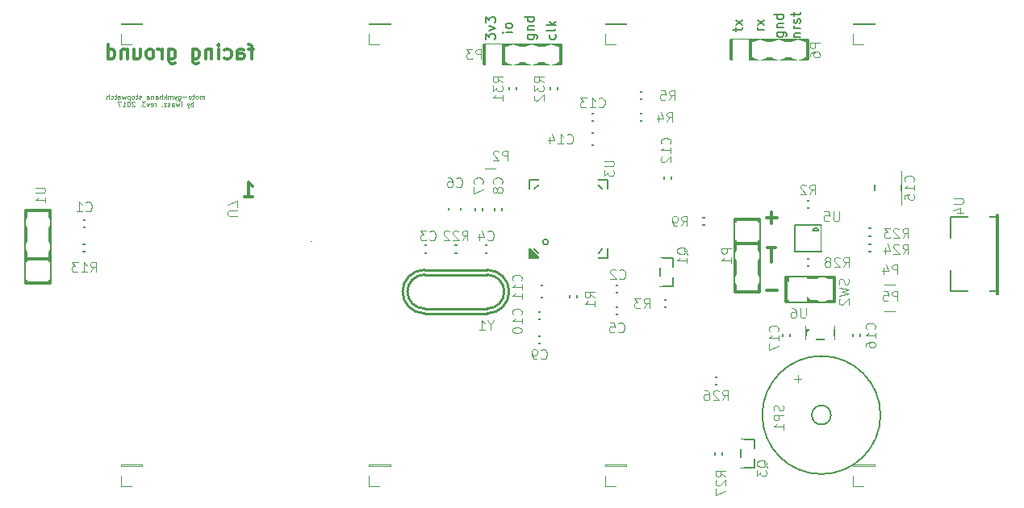
<source format=gbr>
%TF.GenerationSoftware,KiCad,Pcbnew,no-vcs-found-7613~57~ubuntu16.10.1*%
%TF.CreationDate,2017-03-07T09:53:51+01:00*%
%TF.ProjectId,gp8-clock,6770382D636C6F636B2E6B696361645F,rev?*%
%TF.FileFunction,Legend,Bot*%
%TF.FilePolarity,Positive*%
%FSLAX46Y46*%
G04 Gerber Fmt 4.6, Leading zero omitted, Abs format (unit mm)*
G04 Created by KiCad (PCBNEW no-vcs-found-7613~57~ubuntu16.10.1) date Tue Mar  7 09:53:51 2017*
%MOMM*%
%LPD*%
G01*
G04 APERTURE LIST*
%ADD10C,0.100000*%
%ADD11C,0.127000*%
%ADD12C,0.300000*%
%ADD13C,0.050800*%
%ADD14C,0.203200*%
%ADD15C,0.120000*%
%ADD16C,0.304800*%
%ADD17C,0.149860*%
%ADD18C,0.200660*%
%ADD19C,0.150000*%
%ADD20C,0.254000*%
%ADD21C,0.101600*%
%ADD22R,0.600000X1.300000*%
%ADD23R,1.299160X1.400760*%
%ADD24C,6.000000*%
%ADD25R,1.750000X1.750000*%
%ADD26O,1.700000X2.200000*%
%ADD27R,1.700000X2.200000*%
%ADD28R,1.400760X1.299160*%
%ADD29R,0.999440X1.400760*%
%ADD30C,1.924000*%
%ADD31R,1.898600X1.700480*%
%ADD32R,1.700480X1.898600*%
%ADD33R,1.400760X0.999440*%
%ADD34R,2.599640X1.924000*%
%ADD35O,2.599640X1.924000*%
%ADD36R,1.700480X0.699720*%
%ADD37R,0.699720X1.700480*%
%ADD38R,2.297380X2.297380*%
%ADD39R,1.748740X0.798780*%
%ADD40R,1.746200X0.798780*%
%ADD41C,1.197560*%
%ADD42R,1.400000X0.650000*%
%ADD43R,2.899360X2.350720*%
%ADD44C,1.416000*%
%ADD45C,1.800000*%
%ADD46C,2.400000*%
%ADD47R,1.924000X2.599640*%
%ADD48O,1.924000X2.599640*%
%ADD49C,2.398980*%
G04 APERTURE END LIST*
D10*
D11*
X183170285Y-79719714D02*
X183847619Y-79719714D01*
X183267047Y-79719714D02*
X183218666Y-79671333D01*
X183170285Y-79574571D01*
X183170285Y-79429428D01*
X183218666Y-79332666D01*
X183315428Y-79284285D01*
X183847619Y-79284285D01*
X183847619Y-78800476D02*
X183170285Y-78800476D01*
X183363809Y-78800476D02*
X183267047Y-78752095D01*
X183218666Y-78703714D01*
X183170285Y-78606952D01*
X183170285Y-78510190D01*
X183799238Y-78219904D02*
X183847619Y-78123142D01*
X183847619Y-77929619D01*
X183799238Y-77832857D01*
X183702476Y-77784476D01*
X183654095Y-77784476D01*
X183557333Y-77832857D01*
X183508952Y-77929619D01*
X183508952Y-78074761D01*
X183460571Y-78171523D01*
X183363809Y-78219904D01*
X183315428Y-78219904D01*
X183218666Y-78171523D01*
X183170285Y-78074761D01*
X183170285Y-77929619D01*
X183218666Y-77832857D01*
X183170285Y-77494190D02*
X183170285Y-77107142D01*
X182831619Y-77349047D02*
X183702476Y-77349047D01*
X183799238Y-77300666D01*
X183847619Y-77203904D01*
X183847619Y-77107142D01*
X181392285Y-79187523D02*
X182214761Y-79187523D01*
X182311523Y-79235904D01*
X182359904Y-79284285D01*
X182408285Y-79381047D01*
X182408285Y-79526190D01*
X182359904Y-79622952D01*
X182021238Y-79187523D02*
X182069619Y-79284285D01*
X182069619Y-79477809D01*
X182021238Y-79574571D01*
X181972857Y-79622952D01*
X181876095Y-79671333D01*
X181585809Y-79671333D01*
X181489047Y-79622952D01*
X181440666Y-79574571D01*
X181392285Y-79477809D01*
X181392285Y-79284285D01*
X181440666Y-79187523D01*
X181392285Y-78703714D02*
X182069619Y-78703714D01*
X181489047Y-78703714D02*
X181440666Y-78655333D01*
X181392285Y-78558571D01*
X181392285Y-78413428D01*
X181440666Y-78316666D01*
X181537428Y-78268285D01*
X182069619Y-78268285D01*
X182069619Y-77349047D02*
X181053619Y-77349047D01*
X182021238Y-77349047D02*
X182069619Y-77445809D01*
X182069619Y-77639333D01*
X182021238Y-77736095D01*
X181972857Y-77784476D01*
X181876095Y-77832857D01*
X181585809Y-77832857D01*
X181489047Y-77784476D01*
X181440666Y-77736095D01*
X181392285Y-77639333D01*
X181392285Y-77445809D01*
X181440666Y-77349047D01*
X180037619Y-78969809D02*
X179360285Y-78969809D01*
X179553809Y-78969809D02*
X179457047Y-78921428D01*
X179408666Y-78873047D01*
X179360285Y-78776285D01*
X179360285Y-78679523D01*
X180037619Y-78437619D02*
X179360285Y-77905428D01*
X179360285Y-78437619D02*
X180037619Y-77905428D01*
X177074285Y-79090761D02*
X177074285Y-78703714D01*
X176735619Y-78945619D02*
X177606476Y-78945619D01*
X177703238Y-78897238D01*
X177751619Y-78800476D01*
X177751619Y-78703714D01*
X177751619Y-78461809D02*
X177074285Y-77929619D01*
X177074285Y-78461809D02*
X177751619Y-77929619D01*
D12*
X125555428Y-96436571D02*
X126412571Y-96436571D01*
X125984000Y-96436571D02*
X125984000Y-94936571D01*
X126126857Y-95150857D01*
X126269714Y-95293714D01*
X126412571Y-95365142D01*
X180419428Y-101794571D02*
X181276571Y-101794571D01*
X180848000Y-103294571D02*
X180848000Y-101794571D01*
D11*
X158145238Y-79429428D02*
X158193619Y-79526190D01*
X158193619Y-79719714D01*
X158145238Y-79816476D01*
X158096857Y-79864857D01*
X158000095Y-79913238D01*
X157709809Y-79913238D01*
X157613047Y-79864857D01*
X157564666Y-79816476D01*
X157516285Y-79719714D01*
X157516285Y-79526190D01*
X157564666Y-79429428D01*
X158193619Y-78848857D02*
X158145238Y-78945619D01*
X158048476Y-78994000D01*
X157177619Y-78994000D01*
X158193619Y-78461809D02*
X157177619Y-78461809D01*
X157806571Y-78365047D02*
X158193619Y-78074761D01*
X157516285Y-78074761D02*
X157903333Y-78461809D01*
X155230285Y-79441523D02*
X156052761Y-79441523D01*
X156149523Y-79489904D01*
X156197904Y-79538285D01*
X156246285Y-79635047D01*
X156246285Y-79780190D01*
X156197904Y-79876952D01*
X155859238Y-79441523D02*
X155907619Y-79538285D01*
X155907619Y-79731809D01*
X155859238Y-79828571D01*
X155810857Y-79876952D01*
X155714095Y-79925333D01*
X155423809Y-79925333D01*
X155327047Y-79876952D01*
X155278666Y-79828571D01*
X155230285Y-79731809D01*
X155230285Y-79538285D01*
X155278666Y-79441523D01*
X155230285Y-78957714D02*
X155907619Y-78957714D01*
X155327047Y-78957714D02*
X155278666Y-78909333D01*
X155230285Y-78812571D01*
X155230285Y-78667428D01*
X155278666Y-78570666D01*
X155375428Y-78522285D01*
X155907619Y-78522285D01*
X155907619Y-77603047D02*
X154891619Y-77603047D01*
X155859238Y-77603047D02*
X155907619Y-77699809D01*
X155907619Y-77893333D01*
X155859238Y-77990095D01*
X155810857Y-78038476D01*
X155714095Y-78086857D01*
X155423809Y-78086857D01*
X155327047Y-78038476D01*
X155278666Y-77990095D01*
X155230285Y-77893333D01*
X155230285Y-77699809D01*
X155278666Y-77603047D01*
X153621619Y-79199619D02*
X152944285Y-79199619D01*
X152605619Y-79199619D02*
X152654000Y-79248000D01*
X152702380Y-79199619D01*
X152654000Y-79151238D01*
X152605619Y-79199619D01*
X152702380Y-79199619D01*
X153621619Y-78570666D02*
X153573238Y-78667428D01*
X153524857Y-78715809D01*
X153428095Y-78764190D01*
X153137809Y-78764190D01*
X153041047Y-78715809D01*
X152992666Y-78667428D01*
X152944285Y-78570666D01*
X152944285Y-78425523D01*
X152992666Y-78328761D01*
X153041047Y-78280380D01*
X153137809Y-78232000D01*
X153428095Y-78232000D01*
X153524857Y-78280380D01*
X153573238Y-78328761D01*
X153621619Y-78425523D01*
X153621619Y-78570666D01*
X150827619Y-79949523D02*
X150827619Y-79320571D01*
X151214666Y-79659238D01*
X151214666Y-79514095D01*
X151263047Y-79417333D01*
X151311428Y-79368952D01*
X151408190Y-79320571D01*
X151650095Y-79320571D01*
X151746857Y-79368952D01*
X151795238Y-79417333D01*
X151843619Y-79514095D01*
X151843619Y-79804380D01*
X151795238Y-79901142D01*
X151746857Y-79949523D01*
X151166285Y-78981904D02*
X151843619Y-78740000D01*
X151166285Y-78498095D01*
X150827619Y-78207809D02*
X150827619Y-77578857D01*
X151214666Y-77917523D01*
X151214666Y-77772380D01*
X151263047Y-77675619D01*
X151311428Y-77627238D01*
X151408190Y-77578857D01*
X151650095Y-77578857D01*
X151746857Y-77627238D01*
X151795238Y-77675619D01*
X151843619Y-77772380D01*
X151843619Y-78062666D01*
X151795238Y-78159428D01*
X151746857Y-78207809D01*
D12*
X180276571Y-98659142D02*
X181419428Y-98659142D01*
X180848000Y-99230571D02*
X180848000Y-98087714D01*
X180276571Y-106279142D02*
X181419428Y-106279142D01*
X126495000Y-80958571D02*
X125923571Y-80958571D01*
X126280714Y-81958571D02*
X126280714Y-80672857D01*
X126209285Y-80530000D01*
X126066428Y-80458571D01*
X125923571Y-80458571D01*
X124780714Y-81958571D02*
X124780714Y-81172857D01*
X124852142Y-81030000D01*
X124995000Y-80958571D01*
X125280714Y-80958571D01*
X125423571Y-81030000D01*
X124780714Y-81887142D02*
X124923571Y-81958571D01*
X125280714Y-81958571D01*
X125423571Y-81887142D01*
X125495000Y-81744285D01*
X125495000Y-81601428D01*
X125423571Y-81458571D01*
X125280714Y-81387142D01*
X124923571Y-81387142D01*
X124780714Y-81315714D01*
X123423571Y-81887142D02*
X123566428Y-81958571D01*
X123852142Y-81958571D01*
X123995000Y-81887142D01*
X124066428Y-81815714D01*
X124137857Y-81672857D01*
X124137857Y-81244285D01*
X124066428Y-81101428D01*
X123995000Y-81030000D01*
X123852142Y-80958571D01*
X123566428Y-80958571D01*
X123423571Y-81030000D01*
X122780714Y-81958571D02*
X122780714Y-80958571D01*
X122780714Y-80458571D02*
X122852142Y-80530000D01*
X122780714Y-80601428D01*
X122709285Y-80530000D01*
X122780714Y-80458571D01*
X122780714Y-80601428D01*
X122066428Y-80958571D02*
X122066428Y-81958571D01*
X122066428Y-81101428D02*
X121995000Y-81030000D01*
X121852142Y-80958571D01*
X121637857Y-80958571D01*
X121495000Y-81030000D01*
X121423571Y-81172857D01*
X121423571Y-81958571D01*
X120066428Y-80958571D02*
X120066428Y-82172857D01*
X120137857Y-82315714D01*
X120209285Y-82387142D01*
X120352142Y-82458571D01*
X120566428Y-82458571D01*
X120709285Y-82387142D01*
X120066428Y-81887142D02*
X120209285Y-81958571D01*
X120495000Y-81958571D01*
X120637857Y-81887142D01*
X120709285Y-81815714D01*
X120780714Y-81672857D01*
X120780714Y-81244285D01*
X120709285Y-81101428D01*
X120637857Y-81030000D01*
X120495000Y-80958571D01*
X120209285Y-80958571D01*
X120066428Y-81030000D01*
X117566428Y-80958571D02*
X117566428Y-82172857D01*
X117637857Y-82315714D01*
X117709285Y-82387142D01*
X117852142Y-82458571D01*
X118066428Y-82458571D01*
X118209285Y-82387142D01*
X117566428Y-81887142D02*
X117709285Y-81958571D01*
X117995000Y-81958571D01*
X118137857Y-81887142D01*
X118209285Y-81815714D01*
X118280714Y-81672857D01*
X118280714Y-81244285D01*
X118209285Y-81101428D01*
X118137857Y-81030000D01*
X117995000Y-80958571D01*
X117709285Y-80958571D01*
X117566428Y-81030000D01*
X116852142Y-81958571D02*
X116852142Y-80958571D01*
X116852142Y-81244285D02*
X116780714Y-81101428D01*
X116709285Y-81030000D01*
X116566428Y-80958571D01*
X116423571Y-80958571D01*
X115709285Y-81958571D02*
X115852142Y-81887142D01*
X115923571Y-81815714D01*
X115995000Y-81672857D01*
X115995000Y-81244285D01*
X115923571Y-81101428D01*
X115852142Y-81030000D01*
X115709285Y-80958571D01*
X115495000Y-80958571D01*
X115352142Y-81030000D01*
X115280714Y-81101428D01*
X115209285Y-81244285D01*
X115209285Y-81672857D01*
X115280714Y-81815714D01*
X115352142Y-81887142D01*
X115495000Y-81958571D01*
X115709285Y-81958571D01*
X113923571Y-80958571D02*
X113923571Y-81958571D01*
X114566428Y-80958571D02*
X114566428Y-81744285D01*
X114495000Y-81887142D01*
X114352142Y-81958571D01*
X114137857Y-81958571D01*
X113995000Y-81887142D01*
X113923571Y-81815714D01*
X113209285Y-80958571D02*
X113209285Y-81958571D01*
X113209285Y-81101428D02*
X113137857Y-81030000D01*
X112995000Y-80958571D01*
X112780714Y-80958571D01*
X112637857Y-81030000D01*
X112566428Y-81172857D01*
X112566428Y-81958571D01*
X111209285Y-81958571D02*
X111209285Y-80458571D01*
X111209285Y-81887142D02*
X111352142Y-81958571D01*
X111637857Y-81958571D01*
X111780714Y-81887142D01*
X111852142Y-81815714D01*
X111923571Y-81672857D01*
X111923571Y-81244285D01*
X111852142Y-81101428D01*
X111780714Y-81030000D01*
X111637857Y-80958571D01*
X111352142Y-80958571D01*
X111209285Y-81030000D01*
D13*
X121321285Y-86183409D02*
X121321285Y-85844742D01*
X121321285Y-85893123D02*
X121297095Y-85868933D01*
X121248714Y-85844742D01*
X121176142Y-85844742D01*
X121127761Y-85868933D01*
X121103571Y-85917314D01*
X121103571Y-86183409D01*
X121103571Y-85917314D02*
X121079380Y-85868933D01*
X121031000Y-85844742D01*
X120958428Y-85844742D01*
X120910047Y-85868933D01*
X120885857Y-85917314D01*
X120885857Y-86183409D01*
X120571380Y-86183409D02*
X120619761Y-86159219D01*
X120643952Y-86135028D01*
X120668142Y-86086647D01*
X120668142Y-85941504D01*
X120643952Y-85893123D01*
X120619761Y-85868933D01*
X120571380Y-85844742D01*
X120498809Y-85844742D01*
X120450428Y-85868933D01*
X120426238Y-85893123D01*
X120402047Y-85941504D01*
X120402047Y-86086647D01*
X120426238Y-86135028D01*
X120450428Y-86159219D01*
X120498809Y-86183409D01*
X120571380Y-86183409D01*
X120256904Y-85844742D02*
X120063380Y-85844742D01*
X120184333Y-85675409D02*
X120184333Y-86110838D01*
X120160142Y-86159219D01*
X120111761Y-86183409D01*
X120063380Y-86183409D01*
X119821476Y-86183409D02*
X119869857Y-86159219D01*
X119894047Y-86135028D01*
X119918238Y-86086647D01*
X119918238Y-85941504D01*
X119894047Y-85893123D01*
X119869857Y-85868933D01*
X119821476Y-85844742D01*
X119748904Y-85844742D01*
X119700523Y-85868933D01*
X119676333Y-85893123D01*
X119652142Y-85941504D01*
X119652142Y-86086647D01*
X119676333Y-86135028D01*
X119700523Y-86159219D01*
X119748904Y-86183409D01*
X119821476Y-86183409D01*
X119434428Y-85989885D02*
X119047380Y-85989885D01*
X118587761Y-85844742D02*
X118587761Y-86255980D01*
X118611952Y-86304361D01*
X118636142Y-86328552D01*
X118684523Y-86352742D01*
X118757095Y-86352742D01*
X118805476Y-86328552D01*
X118587761Y-86159219D02*
X118636142Y-86183409D01*
X118732904Y-86183409D01*
X118781285Y-86159219D01*
X118805476Y-86135028D01*
X118829666Y-86086647D01*
X118829666Y-85941504D01*
X118805476Y-85893123D01*
X118781285Y-85868933D01*
X118732904Y-85844742D01*
X118636142Y-85844742D01*
X118587761Y-85868933D01*
X118394238Y-85844742D02*
X118273285Y-86183409D01*
X118152333Y-85844742D02*
X118273285Y-86183409D01*
X118321666Y-86304361D01*
X118345857Y-86328552D01*
X118394238Y-86352742D01*
X117958809Y-86183409D02*
X117958809Y-85844742D01*
X117958809Y-85893123D02*
X117934619Y-85868933D01*
X117886238Y-85844742D01*
X117813666Y-85844742D01*
X117765285Y-85868933D01*
X117741095Y-85917314D01*
X117741095Y-86183409D01*
X117741095Y-85917314D02*
X117716904Y-85868933D01*
X117668523Y-85844742D01*
X117595952Y-85844742D01*
X117547571Y-85868933D01*
X117523380Y-85917314D01*
X117523380Y-86183409D01*
X117281476Y-86183409D02*
X117281476Y-85675409D01*
X117233095Y-85989885D02*
X117087952Y-86183409D01*
X117087952Y-85844742D02*
X117281476Y-86038266D01*
X116870238Y-86183409D02*
X116870238Y-85675409D01*
X116652523Y-86183409D02*
X116652523Y-85917314D01*
X116676714Y-85868933D01*
X116725095Y-85844742D01*
X116797666Y-85844742D01*
X116846047Y-85868933D01*
X116870238Y-85893123D01*
X116192904Y-86183409D02*
X116192904Y-85917314D01*
X116217095Y-85868933D01*
X116265476Y-85844742D01*
X116362238Y-85844742D01*
X116410619Y-85868933D01*
X116192904Y-86159219D02*
X116241285Y-86183409D01*
X116362238Y-86183409D01*
X116410619Y-86159219D01*
X116434809Y-86110838D01*
X116434809Y-86062457D01*
X116410619Y-86014076D01*
X116362238Y-85989885D01*
X116241285Y-85989885D01*
X116192904Y-85965695D01*
X115951000Y-85844742D02*
X115951000Y-86183409D01*
X115951000Y-85893123D02*
X115926809Y-85868933D01*
X115878428Y-85844742D01*
X115805857Y-85844742D01*
X115757476Y-85868933D01*
X115733285Y-85917314D01*
X115733285Y-86183409D01*
X115273666Y-86183409D02*
X115273666Y-85917314D01*
X115297857Y-85868933D01*
X115346238Y-85844742D01*
X115443000Y-85844742D01*
X115491380Y-85868933D01*
X115273666Y-86159219D02*
X115322047Y-86183409D01*
X115443000Y-86183409D01*
X115491380Y-86159219D01*
X115515571Y-86110838D01*
X115515571Y-86062457D01*
X115491380Y-86014076D01*
X115443000Y-85989885D01*
X115322047Y-85989885D01*
X115273666Y-85965695D01*
X114668904Y-86159219D02*
X114620523Y-86183409D01*
X114523761Y-86183409D01*
X114475380Y-86159219D01*
X114451190Y-86110838D01*
X114451190Y-86086647D01*
X114475380Y-86038266D01*
X114523761Y-86014076D01*
X114596333Y-86014076D01*
X114644714Y-85989885D01*
X114668904Y-85941504D01*
X114668904Y-85917314D01*
X114644714Y-85868933D01*
X114596333Y-85844742D01*
X114523761Y-85844742D01*
X114475380Y-85868933D01*
X114306047Y-85844742D02*
X114112523Y-85844742D01*
X114233476Y-85675409D02*
X114233476Y-86110838D01*
X114209285Y-86159219D01*
X114160904Y-86183409D01*
X114112523Y-86183409D01*
X113870619Y-86183409D02*
X113919000Y-86159219D01*
X113943190Y-86135028D01*
X113967380Y-86086647D01*
X113967380Y-85941504D01*
X113943190Y-85893123D01*
X113919000Y-85868933D01*
X113870619Y-85844742D01*
X113798047Y-85844742D01*
X113749666Y-85868933D01*
X113725476Y-85893123D01*
X113701285Y-85941504D01*
X113701285Y-86086647D01*
X113725476Y-86135028D01*
X113749666Y-86159219D01*
X113798047Y-86183409D01*
X113870619Y-86183409D01*
X113483571Y-85844742D02*
X113483571Y-86352742D01*
X113483571Y-85868933D02*
X113435190Y-85844742D01*
X113338428Y-85844742D01*
X113290047Y-85868933D01*
X113265857Y-85893123D01*
X113241666Y-85941504D01*
X113241666Y-86086647D01*
X113265857Y-86135028D01*
X113290047Y-86159219D01*
X113338428Y-86183409D01*
X113435190Y-86183409D01*
X113483571Y-86159219D01*
X113072333Y-85844742D02*
X112975571Y-86183409D01*
X112878809Y-85941504D01*
X112782047Y-86183409D01*
X112685285Y-85844742D01*
X112274047Y-86183409D02*
X112274047Y-85917314D01*
X112298238Y-85868933D01*
X112346619Y-85844742D01*
X112443380Y-85844742D01*
X112491761Y-85868933D01*
X112274047Y-86159219D02*
X112322428Y-86183409D01*
X112443380Y-86183409D01*
X112491761Y-86159219D01*
X112515952Y-86110838D01*
X112515952Y-86062457D01*
X112491761Y-86014076D01*
X112443380Y-85989885D01*
X112322428Y-85989885D01*
X112274047Y-85965695D01*
X112104714Y-85844742D02*
X111911190Y-85844742D01*
X112032142Y-85675409D02*
X112032142Y-86110838D01*
X112007952Y-86159219D01*
X111959571Y-86183409D01*
X111911190Y-86183409D01*
X111524142Y-86159219D02*
X111572523Y-86183409D01*
X111669285Y-86183409D01*
X111717666Y-86159219D01*
X111741857Y-86135028D01*
X111766047Y-86086647D01*
X111766047Y-85941504D01*
X111741857Y-85893123D01*
X111717666Y-85868933D01*
X111669285Y-85844742D01*
X111572523Y-85844742D01*
X111524142Y-85868933D01*
X111306428Y-86183409D02*
X111306428Y-85675409D01*
X111088714Y-86183409D02*
X111088714Y-85917314D01*
X111112904Y-85868933D01*
X111161285Y-85844742D01*
X111233857Y-85844742D01*
X111282238Y-85868933D01*
X111306428Y-85893123D01*
X120135952Y-86996209D02*
X120135952Y-86488209D01*
X120135952Y-86681733D02*
X120087571Y-86657542D01*
X119990809Y-86657542D01*
X119942428Y-86681733D01*
X119918238Y-86705923D01*
X119894047Y-86754304D01*
X119894047Y-86899447D01*
X119918238Y-86947828D01*
X119942428Y-86972019D01*
X119990809Y-86996209D01*
X120087571Y-86996209D01*
X120135952Y-86972019D01*
X119724714Y-86657542D02*
X119603761Y-86996209D01*
X119482809Y-86657542D02*
X119603761Y-86996209D01*
X119652142Y-87117161D01*
X119676333Y-87141352D01*
X119724714Y-87165542D01*
X118902238Y-86996209D02*
X118902238Y-86657542D01*
X118902238Y-86488209D02*
X118926428Y-86512400D01*
X118902238Y-86536590D01*
X118878047Y-86512400D01*
X118902238Y-86488209D01*
X118902238Y-86536590D01*
X118708714Y-86657542D02*
X118611952Y-86996209D01*
X118515190Y-86754304D01*
X118418428Y-86996209D01*
X118321666Y-86657542D01*
X117910428Y-86996209D02*
X117910428Y-86730114D01*
X117934619Y-86681733D01*
X117983000Y-86657542D01*
X118079761Y-86657542D01*
X118128142Y-86681733D01*
X117910428Y-86972019D02*
X117958809Y-86996209D01*
X118079761Y-86996209D01*
X118128142Y-86972019D01*
X118152333Y-86923638D01*
X118152333Y-86875257D01*
X118128142Y-86826876D01*
X118079761Y-86802685D01*
X117958809Y-86802685D01*
X117910428Y-86778495D01*
X117692714Y-86972019D02*
X117644333Y-86996209D01*
X117547571Y-86996209D01*
X117499190Y-86972019D01*
X117475000Y-86923638D01*
X117475000Y-86899447D01*
X117499190Y-86851066D01*
X117547571Y-86826876D01*
X117620142Y-86826876D01*
X117668523Y-86802685D01*
X117692714Y-86754304D01*
X117692714Y-86730114D01*
X117668523Y-86681733D01*
X117620142Y-86657542D01*
X117547571Y-86657542D01*
X117499190Y-86681733D01*
X117305666Y-86657542D02*
X117039571Y-86657542D01*
X117305666Y-86996209D01*
X117039571Y-86996209D01*
X116846047Y-86947828D02*
X116821857Y-86972019D01*
X116846047Y-86996209D01*
X116870238Y-86972019D01*
X116846047Y-86947828D01*
X116846047Y-86996209D01*
X116217095Y-86996209D02*
X116217095Y-86657542D01*
X116217095Y-86754304D02*
X116192904Y-86705923D01*
X116168714Y-86681733D01*
X116120333Y-86657542D01*
X116071952Y-86657542D01*
X115709095Y-86972019D02*
X115757476Y-86996209D01*
X115854238Y-86996209D01*
X115902619Y-86972019D01*
X115926809Y-86923638D01*
X115926809Y-86730114D01*
X115902619Y-86681733D01*
X115854238Y-86657542D01*
X115757476Y-86657542D01*
X115709095Y-86681733D01*
X115684904Y-86730114D01*
X115684904Y-86778495D01*
X115926809Y-86826876D01*
X115515571Y-86657542D02*
X115394619Y-86996209D01*
X115273666Y-86657542D01*
X115128523Y-86488209D02*
X114814047Y-86488209D01*
X114983380Y-86681733D01*
X114910809Y-86681733D01*
X114862428Y-86705923D01*
X114838238Y-86730114D01*
X114814047Y-86778495D01*
X114814047Y-86899447D01*
X114838238Y-86947828D01*
X114862428Y-86972019D01*
X114910809Y-86996209D01*
X115055952Y-86996209D01*
X115104333Y-86972019D01*
X115128523Y-86947828D01*
X114596333Y-86947828D02*
X114572142Y-86972019D01*
X114596333Y-86996209D01*
X114620523Y-86972019D01*
X114596333Y-86947828D01*
X114596333Y-86996209D01*
X113991571Y-86536590D02*
X113967380Y-86512400D01*
X113919000Y-86488209D01*
X113798047Y-86488209D01*
X113749666Y-86512400D01*
X113725476Y-86536590D01*
X113701285Y-86584971D01*
X113701285Y-86633352D01*
X113725476Y-86705923D01*
X114015761Y-86996209D01*
X113701285Y-86996209D01*
X113386809Y-86488209D02*
X113338428Y-86488209D01*
X113290047Y-86512400D01*
X113265857Y-86536590D01*
X113241666Y-86584971D01*
X113217476Y-86681733D01*
X113217476Y-86802685D01*
X113241666Y-86899447D01*
X113265857Y-86947828D01*
X113290047Y-86972019D01*
X113338428Y-86996209D01*
X113386809Y-86996209D01*
X113435190Y-86972019D01*
X113459380Y-86947828D01*
X113483571Y-86899447D01*
X113507761Y-86802685D01*
X113507761Y-86681733D01*
X113483571Y-86584971D01*
X113459380Y-86536590D01*
X113435190Y-86512400D01*
X113386809Y-86488209D01*
X112733666Y-86996209D02*
X113023952Y-86996209D01*
X112878809Y-86996209D02*
X112878809Y-86488209D01*
X112927190Y-86560780D01*
X112975571Y-86609161D01*
X113023952Y-86633352D01*
X112564333Y-86488209D02*
X112225666Y-86488209D01*
X112443380Y-86996209D01*
D14*
X132588000Y-101092000D02*
X132588000Y-101092000D01*
X132588000Y-101092000D02*
X132588000Y-101092000D01*
X132588000Y-101092000D02*
X132588000Y-101092000D01*
X132588000Y-101092000D02*
X132588000Y-101092000D01*
X132588000Y-101092000D02*
G75*
G03X132588000Y-101092000I0J0D01*
G01*
D11*
X167690800Y-85445600D02*
X167690800Y-86258400D01*
X166573200Y-86233000D02*
X166573200Y-85445600D01*
X166319200Y-86258400D02*
X167944800Y-86258400D01*
X167944800Y-86258400D02*
X167944800Y-85445600D01*
X167944800Y-85445600D02*
X166319200Y-85445600D01*
X166319200Y-85445600D02*
X166319200Y-86258400D01*
X166573200Y-88544400D02*
X166573200Y-87731600D01*
X167690800Y-87757000D02*
X167690800Y-88544400D01*
X167944800Y-87731600D02*
X166319200Y-87731600D01*
X166319200Y-87731600D02*
X166319200Y-88544400D01*
X166319200Y-88544400D02*
X167944800Y-88544400D01*
X167944800Y-88544400D02*
X167944800Y-87731600D01*
X185216800Y-96875600D02*
X185216800Y-97688400D01*
X184099200Y-97663000D02*
X184099200Y-96875600D01*
X183845200Y-97688400D02*
X185470800Y-97688400D01*
X185470800Y-97688400D02*
X185470800Y-96875600D01*
X185470800Y-96875600D02*
X183845200Y-96875600D01*
X183845200Y-96875600D02*
X183845200Y-97688400D01*
D15*
X189380000Y-124730000D02*
X189380000Y-124610000D01*
X189380000Y-124610000D02*
X191620000Y-124610000D01*
X191620000Y-124610000D02*
X191620000Y-124730000D01*
X191620000Y-124730000D02*
X189380000Y-124730000D01*
X189380000Y-125730000D02*
X189380000Y-126850000D01*
X189380000Y-126850000D02*
X190500000Y-126850000D01*
X189380000Y-80495000D02*
X190500000Y-80495000D01*
X189380000Y-79375000D02*
X189380000Y-80495000D01*
X191620000Y-78375000D02*
X189380000Y-78375000D01*
X191620000Y-78255000D02*
X191620000Y-78375000D01*
X189380000Y-78255000D02*
X191620000Y-78255000D01*
X189380000Y-78375000D02*
X189380000Y-78255000D01*
X138580000Y-78375000D02*
X138580000Y-78255000D01*
X138580000Y-78255000D02*
X140820000Y-78255000D01*
X140820000Y-78255000D02*
X140820000Y-78375000D01*
X140820000Y-78375000D02*
X138580000Y-78375000D01*
X138580000Y-79375000D02*
X138580000Y-80495000D01*
X138580000Y-80495000D02*
X139700000Y-80495000D01*
X163345000Y-80495000D02*
X164465000Y-80495000D01*
X163345000Y-79375000D02*
X163345000Y-80495000D01*
X165585000Y-78375000D02*
X163345000Y-78375000D01*
X165585000Y-78255000D02*
X165585000Y-78375000D01*
X163345000Y-78255000D02*
X165585000Y-78255000D01*
X163345000Y-78375000D02*
X163345000Y-78255000D01*
X163345000Y-124730000D02*
X163345000Y-124610000D01*
X163345000Y-124610000D02*
X165585000Y-124610000D01*
X165585000Y-124610000D02*
X165585000Y-124730000D01*
X165585000Y-124730000D02*
X163345000Y-124730000D01*
X163345000Y-125730000D02*
X163345000Y-126850000D01*
X163345000Y-126850000D02*
X164465000Y-126850000D01*
X112545000Y-126850000D02*
X113665000Y-126850000D01*
X112545000Y-125730000D02*
X112545000Y-126850000D01*
X114785000Y-124730000D02*
X112545000Y-124730000D01*
X114785000Y-124610000D02*
X114785000Y-124730000D01*
X112545000Y-124610000D02*
X114785000Y-124610000D01*
X112545000Y-124730000D02*
X112545000Y-124610000D01*
X138580000Y-124730000D02*
X138580000Y-124610000D01*
X138580000Y-124610000D02*
X140820000Y-124610000D01*
X140820000Y-124610000D02*
X140820000Y-124730000D01*
X140820000Y-124730000D02*
X138580000Y-124730000D01*
X138580000Y-125730000D02*
X138580000Y-126850000D01*
X138580000Y-126850000D02*
X139700000Y-126850000D01*
X112545000Y-80495000D02*
X113665000Y-80495000D01*
X112545000Y-79375000D02*
X112545000Y-80495000D01*
X114785000Y-78375000D02*
X112545000Y-78375000D01*
X114785000Y-78255000D02*
X114785000Y-78375000D01*
X112545000Y-78255000D02*
X114785000Y-78255000D01*
X112545000Y-78375000D02*
X112545000Y-78255000D01*
D16*
X178594000Y-82026000D02*
X178594000Y-80026000D01*
X176594000Y-80026000D02*
X176594000Y-82026000D01*
X176594000Y-82026000D02*
X184594000Y-82026000D01*
X184594000Y-80026000D02*
X176594000Y-80026000D01*
X184594000Y-82026000D02*
X184594000Y-80026000D01*
X158686000Y-82534000D02*
X158686000Y-80534000D01*
X158686000Y-80534000D02*
X150686000Y-80534000D01*
X150686000Y-82534000D02*
X158686000Y-82534000D01*
X150686000Y-80534000D02*
X150686000Y-82534000D01*
X152686000Y-82534000D02*
X152686000Y-80534000D01*
D11*
X189331600Y-110439200D02*
X190144400Y-110439200D01*
X190119000Y-111556800D02*
X189331600Y-111556800D01*
X190144400Y-111810800D02*
X190144400Y-110185200D01*
X190144400Y-110185200D02*
X189331600Y-110185200D01*
X189331600Y-110185200D02*
X189331600Y-111810800D01*
X189331600Y-111810800D02*
X190144400Y-111810800D01*
X182778400Y-111556800D02*
X181965600Y-111556800D01*
X181991000Y-110439200D02*
X182778400Y-110439200D01*
X181965600Y-110185200D02*
X181965600Y-111810800D01*
X181965600Y-111810800D02*
X182778400Y-111810800D01*
X182778400Y-111810800D02*
X182778400Y-110185200D01*
X182778400Y-110185200D02*
X181965600Y-110185200D01*
X185077100Y-110045500D02*
X184429400Y-110693200D01*
X184924700Y-110045500D02*
X184429400Y-110540800D01*
X186880500Y-111442500D02*
X186880500Y-112102900D01*
X184975500Y-111442500D02*
X184975500Y-112102900D01*
X185928000Y-110045500D02*
X185928000Y-109385100D01*
X186880500Y-110045500D02*
X186880500Y-109385100D01*
X184975500Y-110045500D02*
X184975500Y-109385100D01*
X184429400Y-111442500D02*
X187426600Y-111442500D01*
X187426600Y-111442500D02*
X187426600Y-110045500D01*
X187426600Y-110045500D02*
X184429400Y-110045500D01*
X184429400Y-110045500D02*
X184429400Y-111442500D01*
X109270800Y-98907600D02*
X109270800Y-99720400D01*
X108153200Y-99695000D02*
X108153200Y-98907600D01*
X107899200Y-99720400D02*
X109524800Y-99720400D01*
X109524800Y-99720400D02*
X109524800Y-98907600D01*
X109524800Y-98907600D02*
X107899200Y-98907600D01*
X107899200Y-98907600D02*
X107899200Y-99720400D01*
X164033200Y-106578400D02*
X164033200Y-105765600D01*
X165150800Y-105791000D02*
X165150800Y-106578400D01*
X165404800Y-105765600D02*
X163779200Y-105765600D01*
X163779200Y-105765600D02*
X163779200Y-106578400D01*
X163779200Y-106578400D02*
X165404800Y-106578400D01*
X165404800Y-106578400D02*
X165404800Y-105765600D01*
X145084800Y-101574600D02*
X145084800Y-102387400D01*
X143967200Y-102362000D02*
X143967200Y-101574600D01*
X143713200Y-102387400D02*
X145338800Y-102387400D01*
X145338800Y-102387400D02*
X145338800Y-101574600D01*
X145338800Y-101574600D02*
X143713200Y-101574600D01*
X143713200Y-101574600D02*
X143713200Y-102387400D01*
X150317200Y-102387400D02*
X150317200Y-101574600D01*
X151434800Y-101600000D02*
X151434800Y-102387400D01*
X151688800Y-101574600D02*
X150063200Y-101574600D01*
X150063200Y-101574600D02*
X150063200Y-102387400D01*
X150063200Y-102387400D02*
X151688800Y-102387400D01*
X151688800Y-102387400D02*
X151688800Y-101574600D01*
X164033200Y-108864400D02*
X164033200Y-108051600D01*
X165150800Y-108077000D02*
X165150800Y-108864400D01*
X165404800Y-108051600D02*
X163779200Y-108051600D01*
X163779200Y-108051600D02*
X163779200Y-108864400D01*
X163779200Y-108864400D02*
X165404800Y-108864400D01*
X165404800Y-108864400D02*
X165404800Y-108051600D01*
X148209000Y-97155000D02*
X146939000Y-97155000D01*
X148209000Y-98425000D02*
X146964400Y-98425000D01*
X148209000Y-98806000D02*
X148209000Y-96774000D01*
X148209000Y-96774000D02*
X146939000Y-96774000D01*
X146939000Y-96774000D02*
X146939000Y-98806000D01*
X146939000Y-98806000D02*
X148209000Y-98806000D01*
X149707600Y-97231200D02*
X150520400Y-97231200D01*
X150495000Y-98348800D02*
X149707600Y-98348800D01*
X150520400Y-98602800D02*
X150520400Y-96977200D01*
X150520400Y-96977200D02*
X149707600Y-96977200D01*
X149707600Y-96977200D02*
X149707600Y-98602800D01*
X149707600Y-98602800D02*
X150520400Y-98602800D01*
X151739600Y-97231200D02*
X152552400Y-97231200D01*
X152527000Y-98348800D02*
X151739600Y-98348800D01*
X152552400Y-98602800D02*
X152552400Y-96977200D01*
X152552400Y-96977200D02*
X151739600Y-96977200D01*
X151739600Y-96977200D02*
X151739600Y-98602800D01*
X151739600Y-98602800D02*
X152552400Y-98602800D01*
X155905200Y-111912400D02*
X155905200Y-111099600D01*
X157022800Y-111125000D02*
X157022800Y-111912400D01*
X157276800Y-111099600D02*
X155651200Y-111099600D01*
X155651200Y-111099600D02*
X155651200Y-111912400D01*
X155651200Y-111912400D02*
X157276800Y-111912400D01*
X157276800Y-111912400D02*
X157276800Y-111099600D01*
X155915360Y-109372400D02*
X155915360Y-108559600D01*
X157032960Y-108585000D02*
X157032960Y-109372400D01*
X157286960Y-108559600D02*
X155661360Y-108559600D01*
X155661360Y-108559600D02*
X155661360Y-109372400D01*
X155661360Y-109372400D02*
X157286960Y-109372400D01*
X157286960Y-109372400D02*
X157286960Y-108559600D01*
X156083000Y-105791000D02*
X156083000Y-107061000D01*
X157353000Y-105791000D02*
X157353000Y-107035600D01*
X157734000Y-105791000D02*
X155702000Y-105791000D01*
X155702000Y-105791000D02*
X155702000Y-107061000D01*
X155702000Y-107061000D02*
X157734000Y-107061000D01*
X157734000Y-107061000D02*
X157734000Y-105791000D01*
X170332400Y-95046800D02*
X169519600Y-95046800D01*
X169545000Y-93929200D02*
X170332400Y-93929200D01*
X169519600Y-93675200D02*
X169519600Y-95300800D01*
X169519600Y-95300800D02*
X170332400Y-95300800D01*
X170332400Y-95300800D02*
X170332400Y-93675200D01*
X170332400Y-93675200D02*
X169519600Y-93675200D01*
X162610800Y-87731600D02*
X162610800Y-88544400D01*
X161493200Y-88519000D02*
X161493200Y-87731600D01*
X161239200Y-88544400D02*
X162864800Y-88544400D01*
X162864800Y-88544400D02*
X162864800Y-87731600D01*
X162864800Y-87731600D02*
X161239200Y-87731600D01*
X161239200Y-87731600D02*
X161239200Y-88544400D01*
X162687000Y-91059000D02*
X162687000Y-89789000D01*
X161417000Y-91059000D02*
X161417000Y-89814400D01*
X161036000Y-91059000D02*
X163068000Y-91059000D01*
X163068000Y-91059000D02*
X163068000Y-89789000D01*
X163068000Y-89789000D02*
X161036000Y-89789000D01*
X161036000Y-89789000D02*
X161036000Y-91059000D01*
X169100500Y-103441500D02*
X168440100Y-103441500D01*
X169100500Y-105346500D02*
X168440100Y-105346500D01*
X170497500Y-104394000D02*
X171157900Y-104394000D01*
X170497500Y-105892600D02*
X170497500Y-102895400D01*
X170497500Y-102895400D02*
X169100500Y-102895400D01*
X169100500Y-102895400D02*
X169100500Y-105892600D01*
X169100500Y-105892600D02*
X170497500Y-105892600D01*
X159613600Y-106375200D02*
X160426400Y-106375200D01*
X160401000Y-107492800D02*
X159613600Y-107492800D01*
X160426400Y-107746800D02*
X160426400Y-106121200D01*
X160426400Y-106121200D02*
X159613600Y-106121200D01*
X159613600Y-106121200D02*
X159613600Y-107746800D01*
X159613600Y-107746800D02*
X160426400Y-107746800D01*
X169113200Y-108102400D02*
X169113200Y-107289600D01*
X170230800Y-107315000D02*
X170230800Y-108102400D01*
X170484800Y-107289600D02*
X168859200Y-107289600D01*
X168859200Y-107289600D02*
X168859200Y-108102400D01*
X168859200Y-108102400D02*
X170484800Y-108102400D01*
X170484800Y-108102400D02*
X170484800Y-107289600D01*
X173167040Y-99466400D02*
X173167040Y-98653600D01*
X174284640Y-98679000D02*
X174284640Y-99466400D01*
X174538640Y-98653600D02*
X172913040Y-98653600D01*
X172913040Y-98653600D02*
X172913040Y-99466400D01*
X172913040Y-99466400D02*
X174538640Y-99466400D01*
X174538640Y-99466400D02*
X174538640Y-98653600D01*
X109260640Y-101447600D02*
X109260640Y-102260400D01*
X108143040Y-102235000D02*
X108143040Y-101447600D01*
X107889040Y-102260400D02*
X109514640Y-102260400D01*
X109514640Y-102260400D02*
X109514640Y-101447600D01*
X109514640Y-101447600D02*
X107889040Y-101447600D01*
X107889040Y-101447600D02*
X107889040Y-102260400D01*
X147142200Y-102387400D02*
X147142200Y-101574600D01*
X148259800Y-101600000D02*
X148259800Y-102387400D01*
X148513800Y-101574600D02*
X146888200Y-101574600D01*
X146888200Y-101574600D02*
X146888200Y-102387400D01*
X146888200Y-102387400D02*
X148513800Y-102387400D01*
X148513800Y-102387400D02*
X148513800Y-101574600D01*
X191693800Y-99796600D02*
X191693800Y-100609400D01*
X190576200Y-100584000D02*
X190576200Y-99796600D01*
X190322200Y-100609400D02*
X191947800Y-100609400D01*
X191947800Y-100609400D02*
X191947800Y-99796600D01*
X191947800Y-99796600D02*
X190322200Y-99796600D01*
X190322200Y-99796600D02*
X190322200Y-100609400D01*
X191693800Y-101447600D02*
X191693800Y-102260400D01*
X190576200Y-102235000D02*
X190576200Y-101447600D01*
X190322200Y-102260400D02*
X191947800Y-102260400D01*
X191947800Y-102260400D02*
X191947800Y-101447600D01*
X191947800Y-101447600D02*
X190322200Y-101447600D01*
X190322200Y-101447600D02*
X190322200Y-102260400D01*
X175564800Y-115417600D02*
X175564800Y-116230400D01*
X174447200Y-116205000D02*
X174447200Y-115417600D01*
X174193200Y-116230400D02*
X175818800Y-116230400D01*
X175818800Y-116230400D02*
X175818800Y-115417600D01*
X175818800Y-115417600D02*
X174193200Y-115417600D01*
X174193200Y-115417600D02*
X174193200Y-116230400D01*
X174853600Y-122885200D02*
X175666400Y-122885200D01*
X175641000Y-124002800D02*
X174853600Y-124002800D01*
X175666400Y-124256800D02*
X175666400Y-122631200D01*
X175666400Y-122631200D02*
X174853600Y-122631200D01*
X174853600Y-122631200D02*
X174853600Y-124256800D01*
X174853600Y-124256800D02*
X175666400Y-124256800D01*
X184099200Y-103784400D02*
X184099200Y-102971600D01*
X185216800Y-102997000D02*
X185216800Y-103784400D01*
X185470800Y-102971600D02*
X183845200Y-102971600D01*
X183845200Y-102971600D02*
X183845200Y-103784400D01*
X183845200Y-103784400D02*
X185470800Y-103784400D01*
X185470800Y-103784400D02*
X185470800Y-102971600D01*
D16*
X102584000Y-102981000D02*
X105124000Y-102981000D01*
X105124000Y-105521000D02*
X105124000Y-97901000D01*
X105124000Y-97901000D02*
X102584000Y-97901000D01*
X102584000Y-97901000D02*
X102584000Y-105521000D01*
X102584000Y-105521000D02*
X105124000Y-105521000D01*
D17*
X155613100Y-102905560D02*
X155412440Y-102704900D01*
X155412440Y-102506780D02*
X155811220Y-102905560D01*
X156011880Y-102905560D02*
X155412440Y-102306120D01*
X155412440Y-102105460D02*
X156212540Y-102905560D01*
X155412440Y-101904800D02*
X155412440Y-102905560D01*
X155412440Y-102905560D02*
X156413200Y-102905560D01*
X156413200Y-102905560D02*
X155412440Y-101904800D01*
X156413200Y-94706440D02*
X155412440Y-94706440D01*
X155412440Y-94706440D02*
X155412440Y-95707200D01*
X163611560Y-95707200D02*
X163611560Y-94706440D01*
X163611560Y-94706440D02*
X162610800Y-94706440D01*
X162610800Y-102905560D02*
X163611560Y-102905560D01*
X163611560Y-102905560D02*
X163611560Y-101904800D01*
D11*
X157382981Y-101219000D02*
G75*
G03X157382981Y-101219000I-283981J0D01*
G01*
X156337000Y-95250000D02*
X155956000Y-95631000D01*
X155956000Y-95631000D02*
X155956000Y-101981000D01*
X155956000Y-101981000D02*
X156337000Y-102362000D01*
X156337000Y-102362000D02*
X162687000Y-102362000D01*
X162687000Y-102362000D02*
X163068000Y-101981000D01*
X163068000Y-101981000D02*
X163068000Y-95631000D01*
X163068000Y-95631000D02*
X162687000Y-95250000D01*
X162687000Y-95250000D02*
X156337000Y-95250000D01*
D18*
X204538580Y-98287840D02*
X204538580Y-106690160D01*
X204640180Y-98287840D02*
X204640180Y-106690160D01*
X204640180Y-106690160D02*
X204439520Y-106690160D01*
X204439520Y-106690160D02*
X204439520Y-98287840D01*
X204439520Y-98287840D02*
X204640180Y-98287840D01*
X204640180Y-98590100D02*
X199638920Y-98590100D01*
X199638920Y-98590100D02*
X199638920Y-106387900D01*
X199638920Y-106387900D02*
X204640180Y-106387900D01*
D14*
X183258000Y-99438000D02*
X183258000Y-102238000D01*
X183258000Y-102238000D02*
X186058000Y-102238000D01*
X186058000Y-102238000D02*
X186058000Y-99438000D01*
X186058000Y-99438000D02*
X183258000Y-99438000D01*
X185158000Y-100038000D02*
G75*
G02X185758000Y-100038000I300000J0D01*
G01*
X185158000Y-100038000D02*
X185758000Y-100038000D01*
D11*
X194437000Y-94297500D02*
X191643000Y-94297500D01*
X194437000Y-93726000D02*
X194437000Y-97282000D01*
X194437000Y-97282000D02*
X191643000Y-97282000D01*
X191643000Y-97282000D02*
X191643000Y-93726000D01*
X191643000Y-93726000D02*
X194437000Y-93726000D01*
D16*
X179578000Y-101346000D02*
X177038000Y-101346000D01*
X177038000Y-98806000D02*
X177038000Y-106426000D01*
X177038000Y-106426000D02*
X179578000Y-106426000D01*
X179578000Y-106426000D02*
X179578000Y-98806000D01*
X179578000Y-98806000D02*
X177038000Y-98806000D01*
D10*
X150114000Y-93472000D02*
X152654000Y-93472000D01*
X192024000Y-105664000D02*
X194564000Y-105664000D01*
X192024000Y-108458000D02*
X194564000Y-108458000D01*
D11*
X177609500Y-122491500D02*
X176949100Y-122491500D01*
X177609500Y-124396500D02*
X176949100Y-124396500D01*
X179006500Y-123444000D02*
X179666900Y-123444000D01*
X179006500Y-124942600D02*
X179006500Y-121945400D01*
X179006500Y-121945400D02*
X177609500Y-121945400D01*
X177609500Y-121945400D02*
X177609500Y-124942600D01*
X177609500Y-124942600D02*
X179006500Y-124942600D01*
X153263600Y-84531200D02*
X154076400Y-84531200D01*
X154051000Y-85648800D02*
X153263600Y-85648800D01*
X154076400Y-85902800D02*
X154076400Y-84277200D01*
X154076400Y-84277200D02*
X153263600Y-84277200D01*
X153263600Y-84277200D02*
X153263600Y-85902800D01*
X153263600Y-85902800D02*
X154076400Y-85902800D01*
X157581600Y-84531200D02*
X158394400Y-84531200D01*
X158369000Y-85648800D02*
X157581600Y-85648800D01*
X158394400Y-85902800D02*
X158394400Y-84277200D01*
X158394400Y-84277200D02*
X157581600Y-84277200D01*
X157581600Y-84277200D02*
X157581600Y-85902800D01*
X157581600Y-85902800D02*
X158394400Y-85902800D01*
D19*
X187055760Y-119380000D02*
G75*
G03X187055760Y-119380000I-1000760J0D01*
G01*
X192255140Y-119380000D02*
G75*
G03X192255140Y-119380000I-6200140J0D01*
G01*
D16*
X182372000Y-104902000D02*
X184912000Y-107442000D01*
X187452000Y-104902000D02*
X182372000Y-104902000D01*
X182372000Y-107442000D02*
X187452000Y-107442000D01*
X182372000Y-104902000D02*
X182372000Y-107442000D01*
X187452000Y-107442000D02*
X187452000Y-104902000D01*
D20*
X153289000Y-106426000D02*
G75*
G02X151003000Y-108712000I-2286000J0D01*
G01*
X144399000Y-104648000D02*
X151003000Y-104648000D01*
X151003000Y-108204000D02*
X144399000Y-108204000D01*
X151003000Y-104648000D02*
G75*
G02X152781000Y-106426000I0J-1778000D01*
G01*
X152781000Y-106426000D02*
G75*
G02X151003000Y-108204000I-1778000J0D01*
G01*
X142621000Y-106426000D02*
G75*
G02X144399000Y-104648000I1778000J0D01*
G01*
X144399000Y-108204000D02*
G75*
G02X142621000Y-106426000I0J1778000D01*
G01*
X151003000Y-104140000D02*
G75*
G02X153289000Y-106426000I0J-2286000D01*
G01*
X151003000Y-104140000D02*
X144399000Y-104140000D01*
X144399000Y-108712000D02*
X151003000Y-108712000D01*
X142113000Y-106426000D02*
G75*
G02X144399000Y-104140000I2286000J0D01*
G01*
X144399000Y-108712000D02*
G75*
G02X142113000Y-106426000I0J2286000D01*
G01*
D21*
X124762380Y-98498055D02*
X123939904Y-98498055D01*
X123843142Y-98449674D01*
X123794761Y-98401293D01*
X123746380Y-98304531D01*
X123746380Y-98111007D01*
X123794761Y-98014245D01*
X123843142Y-97965864D01*
X123939904Y-97917483D01*
X124762380Y-97917483D01*
X124762380Y-97530436D02*
X124762380Y-96853102D01*
X123746380Y-97288531D01*
X170095333Y-86311619D02*
X170434000Y-85827809D01*
X170675904Y-86311619D02*
X170675904Y-85295619D01*
X170288857Y-85295619D01*
X170192095Y-85344000D01*
X170143714Y-85392380D01*
X170095333Y-85489142D01*
X170095333Y-85634285D01*
X170143714Y-85731047D01*
X170192095Y-85779428D01*
X170288857Y-85827809D01*
X170675904Y-85827809D01*
X169176095Y-85295619D02*
X169659904Y-85295619D01*
X169708285Y-85779428D01*
X169659904Y-85731047D01*
X169563142Y-85682666D01*
X169321238Y-85682666D01*
X169224476Y-85731047D01*
X169176095Y-85779428D01*
X169127714Y-85876190D01*
X169127714Y-86118095D01*
X169176095Y-86214857D01*
X169224476Y-86263238D01*
X169321238Y-86311619D01*
X169563142Y-86311619D01*
X169659904Y-86263238D01*
X169708285Y-86214857D01*
X169841333Y-88597619D02*
X170180000Y-88113809D01*
X170421904Y-88597619D02*
X170421904Y-87581619D01*
X170034857Y-87581619D01*
X169938095Y-87630000D01*
X169889714Y-87678380D01*
X169841333Y-87775142D01*
X169841333Y-87920285D01*
X169889714Y-88017047D01*
X169938095Y-88065428D01*
X170034857Y-88113809D01*
X170421904Y-88113809D01*
X168970476Y-87920285D02*
X168970476Y-88597619D01*
X169212380Y-87533238D02*
X169454285Y-88258952D01*
X168825333Y-88258952D01*
X184827333Y-96217619D02*
X185166000Y-95733809D01*
X185407904Y-96217619D02*
X185407904Y-95201619D01*
X185020857Y-95201619D01*
X184924095Y-95250000D01*
X184875714Y-95298380D01*
X184827333Y-95395142D01*
X184827333Y-95540285D01*
X184875714Y-95637047D01*
X184924095Y-95685428D01*
X185020857Y-95733809D01*
X185407904Y-95733809D01*
X184440285Y-95298380D02*
X184391904Y-95250000D01*
X184295142Y-95201619D01*
X184053238Y-95201619D01*
X183956476Y-95250000D01*
X183908095Y-95298380D01*
X183859714Y-95395142D01*
X183859714Y-95491904D01*
X183908095Y-95637047D01*
X184488666Y-96217619D01*
X183859714Y-96217619D01*
X185879619Y-80276095D02*
X184863619Y-80276095D01*
X184863619Y-80663142D01*
X184912000Y-80759904D01*
X184960380Y-80808285D01*
X185057142Y-80856666D01*
X185202285Y-80856666D01*
X185299047Y-80808285D01*
X185347428Y-80759904D01*
X185395809Y-80663142D01*
X185395809Y-80276095D01*
X184863619Y-81727523D02*
X184863619Y-81534000D01*
X184912000Y-81437238D01*
X184960380Y-81388857D01*
X185105523Y-81292095D01*
X185299047Y-81243714D01*
X185686095Y-81243714D01*
X185782857Y-81292095D01*
X185831238Y-81340476D01*
X185879619Y-81437238D01*
X185879619Y-81630761D01*
X185831238Y-81727523D01*
X185782857Y-81775904D01*
X185686095Y-81824285D01*
X185444190Y-81824285D01*
X185347428Y-81775904D01*
X185299047Y-81727523D01*
X185250666Y-81630761D01*
X185250666Y-81437238D01*
X185299047Y-81340476D01*
X185347428Y-81292095D01*
X185444190Y-81243714D01*
X150355904Y-81993619D02*
X150355904Y-80977619D01*
X149968857Y-80977619D01*
X149872095Y-81026000D01*
X149823714Y-81074380D01*
X149775333Y-81171142D01*
X149775333Y-81316285D01*
X149823714Y-81413047D01*
X149872095Y-81461428D01*
X149968857Y-81509809D01*
X150355904Y-81509809D01*
X149436666Y-80977619D02*
X148807714Y-80977619D01*
X149146380Y-81364666D01*
X149001238Y-81364666D01*
X148904476Y-81413047D01*
X148856095Y-81461428D01*
X148807714Y-81558190D01*
X148807714Y-81800095D01*
X148856095Y-81896857D01*
X148904476Y-81945238D01*
X149001238Y-81993619D01*
X149291523Y-81993619D01*
X149388285Y-81945238D01*
X149436666Y-81896857D01*
X191614697Y-110344857D02*
X191663078Y-110296476D01*
X191711459Y-110151333D01*
X191711459Y-110054571D01*
X191663078Y-109909428D01*
X191566316Y-109812666D01*
X191469554Y-109764285D01*
X191276030Y-109715904D01*
X191130887Y-109715904D01*
X190937363Y-109764285D01*
X190840601Y-109812666D01*
X190743840Y-109909428D01*
X190695459Y-110054571D01*
X190695459Y-110151333D01*
X190743840Y-110296476D01*
X190792220Y-110344857D01*
X191711459Y-111312476D02*
X191711459Y-110731904D01*
X191711459Y-111022190D02*
X190695459Y-111022190D01*
X190840601Y-110925428D01*
X190937363Y-110828666D01*
X190985744Y-110731904D01*
X190695459Y-112183333D02*
X190695459Y-111989809D01*
X190743840Y-111893047D01*
X190792220Y-111844666D01*
X190937363Y-111747904D01*
X191130887Y-111699523D01*
X191517935Y-111699523D01*
X191614697Y-111747904D01*
X191663078Y-111796285D01*
X191711459Y-111893047D01*
X191711459Y-112086571D01*
X191663078Y-112183333D01*
X191614697Y-112231714D01*
X191517935Y-112280095D01*
X191276030Y-112280095D01*
X191179268Y-112231714D01*
X191130887Y-112183333D01*
X191082506Y-112086571D01*
X191082506Y-111893047D01*
X191130887Y-111796285D01*
X191179268Y-111747904D01*
X191276030Y-111699523D01*
X181464857Y-110598857D02*
X181513238Y-110550476D01*
X181561619Y-110405333D01*
X181561619Y-110308571D01*
X181513238Y-110163428D01*
X181416476Y-110066666D01*
X181319714Y-110018285D01*
X181126190Y-109969904D01*
X180981047Y-109969904D01*
X180787523Y-110018285D01*
X180690761Y-110066666D01*
X180594000Y-110163428D01*
X180545619Y-110308571D01*
X180545619Y-110405333D01*
X180594000Y-110550476D01*
X180642380Y-110598857D01*
X181561619Y-111566476D02*
X181561619Y-110985904D01*
X181561619Y-111276190D02*
X180545619Y-111276190D01*
X180690761Y-111179428D01*
X180787523Y-111082666D01*
X180835904Y-110985904D01*
X180545619Y-111905142D02*
X180545619Y-112582476D01*
X181561619Y-112147047D01*
X184416095Y-108155619D02*
X184416095Y-108978095D01*
X184367714Y-109074857D01*
X184319333Y-109123238D01*
X184222571Y-109171619D01*
X184029047Y-109171619D01*
X183932285Y-109123238D01*
X183883904Y-109074857D01*
X183835523Y-108978095D01*
X183835523Y-108155619D01*
X182916285Y-108155619D02*
X183109809Y-108155619D01*
X183206571Y-108204000D01*
X183254952Y-108252380D01*
X183351714Y-108397523D01*
X183400095Y-108591047D01*
X183400095Y-108978095D01*
X183351714Y-109074857D01*
X183303333Y-109123238D01*
X183206571Y-109171619D01*
X183013047Y-109171619D01*
X182916285Y-109123238D01*
X182867904Y-109074857D01*
X182819523Y-108978095D01*
X182819523Y-108736190D01*
X182867904Y-108639428D01*
X182916285Y-108591047D01*
X183013047Y-108542666D01*
X183206571Y-108542666D01*
X183303333Y-108591047D01*
X183351714Y-108639428D01*
X183400095Y-108736190D01*
X108881333Y-97898857D02*
X108929714Y-97947238D01*
X109074857Y-97995619D01*
X109171619Y-97995619D01*
X109316761Y-97947238D01*
X109413523Y-97850476D01*
X109461904Y-97753714D01*
X109510285Y-97560190D01*
X109510285Y-97415047D01*
X109461904Y-97221523D01*
X109413523Y-97124761D01*
X109316761Y-97028000D01*
X109171619Y-96979619D01*
X109074857Y-96979619D01*
X108929714Y-97028000D01*
X108881333Y-97076380D01*
X107913714Y-97995619D02*
X108494285Y-97995619D01*
X108204000Y-97995619D02*
X108204000Y-96979619D01*
X108300761Y-97124761D01*
X108397523Y-97221523D01*
X108494285Y-97269904D01*
X164888333Y-105010857D02*
X164936714Y-105059238D01*
X165081857Y-105107619D01*
X165178619Y-105107619D01*
X165323761Y-105059238D01*
X165420523Y-104962476D01*
X165468904Y-104865714D01*
X165517285Y-104672190D01*
X165517285Y-104527047D01*
X165468904Y-104333523D01*
X165420523Y-104236761D01*
X165323761Y-104140000D01*
X165178619Y-104091619D01*
X165081857Y-104091619D01*
X164936714Y-104140000D01*
X164888333Y-104188380D01*
X164501285Y-104188380D02*
X164452904Y-104140000D01*
X164356142Y-104091619D01*
X164114238Y-104091619D01*
X164017476Y-104140000D01*
X163969095Y-104188380D01*
X163920714Y-104285142D01*
X163920714Y-104381904D01*
X163969095Y-104527047D01*
X164549666Y-105107619D01*
X163920714Y-105107619D01*
X144949333Y-100946857D02*
X144997714Y-100995238D01*
X145142857Y-101043619D01*
X145239619Y-101043619D01*
X145384761Y-100995238D01*
X145481523Y-100898476D01*
X145529904Y-100801714D01*
X145578285Y-100608190D01*
X145578285Y-100463047D01*
X145529904Y-100269523D01*
X145481523Y-100172761D01*
X145384761Y-100076000D01*
X145239619Y-100027619D01*
X145142857Y-100027619D01*
X144997714Y-100076000D01*
X144949333Y-100124380D01*
X144610666Y-100027619D02*
X143981714Y-100027619D01*
X144320380Y-100414666D01*
X144175238Y-100414666D01*
X144078476Y-100463047D01*
X144030095Y-100511428D01*
X143981714Y-100608190D01*
X143981714Y-100850095D01*
X144030095Y-100946857D01*
X144078476Y-100995238D01*
X144175238Y-101043619D01*
X144465523Y-101043619D01*
X144562285Y-100995238D01*
X144610666Y-100946857D01*
X151045333Y-100946857D02*
X151093714Y-100995238D01*
X151238857Y-101043619D01*
X151335619Y-101043619D01*
X151480761Y-100995238D01*
X151577523Y-100898476D01*
X151625904Y-100801714D01*
X151674285Y-100608190D01*
X151674285Y-100463047D01*
X151625904Y-100269523D01*
X151577523Y-100172761D01*
X151480761Y-100076000D01*
X151335619Y-100027619D01*
X151238857Y-100027619D01*
X151093714Y-100076000D01*
X151045333Y-100124380D01*
X150174476Y-100366285D02*
X150174476Y-101043619D01*
X150416380Y-99979238D02*
X150658285Y-100704952D01*
X150029333Y-100704952D01*
X164761333Y-110598857D02*
X164809714Y-110647238D01*
X164954857Y-110695619D01*
X165051619Y-110695619D01*
X165196761Y-110647238D01*
X165293523Y-110550476D01*
X165341904Y-110453714D01*
X165390285Y-110260190D01*
X165390285Y-110115047D01*
X165341904Y-109921523D01*
X165293523Y-109824761D01*
X165196761Y-109728000D01*
X165051619Y-109679619D01*
X164954857Y-109679619D01*
X164809714Y-109728000D01*
X164761333Y-109776380D01*
X163842095Y-109679619D02*
X164325904Y-109679619D01*
X164374285Y-110163428D01*
X164325904Y-110115047D01*
X164229142Y-110066666D01*
X163987238Y-110066666D01*
X163890476Y-110115047D01*
X163842095Y-110163428D01*
X163793714Y-110260190D01*
X163793714Y-110502095D01*
X163842095Y-110598857D01*
X163890476Y-110647238D01*
X163987238Y-110695619D01*
X164229142Y-110695619D01*
X164325904Y-110647238D01*
X164374285Y-110598857D01*
X147743333Y-95358857D02*
X147791714Y-95407238D01*
X147936857Y-95455619D01*
X148033619Y-95455619D01*
X148178761Y-95407238D01*
X148275523Y-95310476D01*
X148323904Y-95213714D01*
X148372285Y-95020190D01*
X148372285Y-94875047D01*
X148323904Y-94681523D01*
X148275523Y-94584761D01*
X148178761Y-94488000D01*
X148033619Y-94439619D01*
X147936857Y-94439619D01*
X147791714Y-94488000D01*
X147743333Y-94536380D01*
X146872476Y-94439619D02*
X147066000Y-94439619D01*
X147162761Y-94488000D01*
X147211142Y-94536380D01*
X147307904Y-94681523D01*
X147356285Y-94875047D01*
X147356285Y-95262095D01*
X147307904Y-95358857D01*
X147259523Y-95407238D01*
X147162761Y-95455619D01*
X146969238Y-95455619D01*
X146872476Y-95407238D01*
X146824095Y-95358857D01*
X146775714Y-95262095D01*
X146775714Y-95020190D01*
X146824095Y-94923428D01*
X146872476Y-94875047D01*
X146969238Y-94826666D01*
X147162761Y-94826666D01*
X147259523Y-94875047D01*
X147307904Y-94923428D01*
X147356285Y-95020190D01*
X150476857Y-95080666D02*
X150525238Y-95032285D01*
X150573619Y-94887142D01*
X150573619Y-94790380D01*
X150525238Y-94645238D01*
X150428476Y-94548476D01*
X150331714Y-94500095D01*
X150138190Y-94451714D01*
X149993047Y-94451714D01*
X149799523Y-94500095D01*
X149702761Y-94548476D01*
X149606000Y-94645238D01*
X149557619Y-94790380D01*
X149557619Y-94887142D01*
X149606000Y-95032285D01*
X149654380Y-95080666D01*
X149557619Y-95419333D02*
X149557619Y-96096666D01*
X150573619Y-95661238D01*
X152508857Y-95080666D02*
X152557238Y-95032285D01*
X152605619Y-94887142D01*
X152605619Y-94790380D01*
X152557238Y-94645238D01*
X152460476Y-94548476D01*
X152363714Y-94500095D01*
X152170190Y-94451714D01*
X152025047Y-94451714D01*
X151831523Y-94500095D01*
X151734761Y-94548476D01*
X151638000Y-94645238D01*
X151589619Y-94790380D01*
X151589619Y-94887142D01*
X151638000Y-95032285D01*
X151686380Y-95080666D01*
X152025047Y-95661238D02*
X151976666Y-95564476D01*
X151928285Y-95516095D01*
X151831523Y-95467714D01*
X151783142Y-95467714D01*
X151686380Y-95516095D01*
X151638000Y-95564476D01*
X151589619Y-95661238D01*
X151589619Y-95854761D01*
X151638000Y-95951523D01*
X151686380Y-95999904D01*
X151783142Y-96048285D01*
X151831523Y-96048285D01*
X151928285Y-95999904D01*
X151976666Y-95951523D01*
X152025047Y-95854761D01*
X152025047Y-95661238D01*
X152073428Y-95564476D01*
X152121809Y-95516095D01*
X152218571Y-95467714D01*
X152412095Y-95467714D01*
X152508857Y-95516095D01*
X152557238Y-95564476D01*
X152605619Y-95661238D01*
X152605619Y-95854761D01*
X152557238Y-95951523D01*
X152508857Y-95999904D01*
X152412095Y-96048285D01*
X152218571Y-96048285D01*
X152121809Y-95999904D01*
X152073428Y-95951523D01*
X152025047Y-95854761D01*
X156633333Y-113392857D02*
X156681714Y-113441238D01*
X156826857Y-113489619D01*
X156923619Y-113489619D01*
X157068761Y-113441238D01*
X157165523Y-113344476D01*
X157213904Y-113247714D01*
X157262285Y-113054190D01*
X157262285Y-112909047D01*
X157213904Y-112715523D01*
X157165523Y-112618761D01*
X157068761Y-112522000D01*
X156923619Y-112473619D01*
X156826857Y-112473619D01*
X156681714Y-112522000D01*
X156633333Y-112570380D01*
X156149523Y-113489619D02*
X155956000Y-113489619D01*
X155859238Y-113441238D01*
X155810857Y-113392857D01*
X155714095Y-113247714D01*
X155665714Y-113054190D01*
X155665714Y-112667142D01*
X155714095Y-112570380D01*
X155762476Y-112522000D01*
X155859238Y-112473619D01*
X156052761Y-112473619D01*
X156149523Y-112522000D01*
X156197904Y-112570380D01*
X156246285Y-112667142D01*
X156246285Y-112909047D01*
X156197904Y-113005809D01*
X156149523Y-113054190D01*
X156052761Y-113102571D01*
X155859238Y-113102571D01*
X155762476Y-113054190D01*
X155714095Y-113005809D01*
X155665714Y-112909047D01*
X154540857Y-108820857D02*
X154589238Y-108772476D01*
X154637619Y-108627333D01*
X154637619Y-108530571D01*
X154589238Y-108385428D01*
X154492476Y-108288666D01*
X154395714Y-108240285D01*
X154202190Y-108191904D01*
X154057047Y-108191904D01*
X153863523Y-108240285D01*
X153766761Y-108288666D01*
X153670000Y-108385428D01*
X153621619Y-108530571D01*
X153621619Y-108627333D01*
X153670000Y-108772476D01*
X153718380Y-108820857D01*
X154637619Y-109788476D02*
X154637619Y-109207904D01*
X154637619Y-109498190D02*
X153621619Y-109498190D01*
X153766761Y-109401428D01*
X153863523Y-109304666D01*
X153911904Y-109207904D01*
X153621619Y-110417428D02*
X153621619Y-110514190D01*
X153670000Y-110610952D01*
X153718380Y-110659333D01*
X153815142Y-110707714D01*
X154008666Y-110756095D01*
X154250571Y-110756095D01*
X154444095Y-110707714D01*
X154540857Y-110659333D01*
X154589238Y-110610952D01*
X154637619Y-110514190D01*
X154637619Y-110417428D01*
X154589238Y-110320666D01*
X154540857Y-110272285D01*
X154444095Y-110223904D01*
X154250571Y-110175523D01*
X154008666Y-110175523D01*
X153815142Y-110223904D01*
X153718380Y-110272285D01*
X153670000Y-110320666D01*
X153621619Y-110417428D01*
X154540857Y-105264857D02*
X154589238Y-105216476D01*
X154637619Y-105071333D01*
X154637619Y-104974571D01*
X154589238Y-104829428D01*
X154492476Y-104732666D01*
X154395714Y-104684285D01*
X154202190Y-104635904D01*
X154057047Y-104635904D01*
X153863523Y-104684285D01*
X153766761Y-104732666D01*
X153670000Y-104829428D01*
X153621619Y-104974571D01*
X153621619Y-105071333D01*
X153670000Y-105216476D01*
X153718380Y-105264857D01*
X154637619Y-106232476D02*
X154637619Y-105651904D01*
X154637619Y-105942190D02*
X153621619Y-105942190D01*
X153766761Y-105845428D01*
X153863523Y-105748666D01*
X153911904Y-105651904D01*
X154637619Y-107200095D02*
X154637619Y-106619523D01*
X154637619Y-106909809D02*
X153621619Y-106909809D01*
X153766761Y-106813047D01*
X153863523Y-106716285D01*
X153911904Y-106619523D01*
X170161857Y-90913857D02*
X170210238Y-90865476D01*
X170258619Y-90720333D01*
X170258619Y-90623571D01*
X170210238Y-90478428D01*
X170113476Y-90381666D01*
X170016714Y-90333285D01*
X169823190Y-90284904D01*
X169678047Y-90284904D01*
X169484523Y-90333285D01*
X169387761Y-90381666D01*
X169291000Y-90478428D01*
X169242619Y-90623571D01*
X169242619Y-90720333D01*
X169291000Y-90865476D01*
X169339380Y-90913857D01*
X170258619Y-91881476D02*
X170258619Y-91300904D01*
X170258619Y-91591190D02*
X169242619Y-91591190D01*
X169387761Y-91494428D01*
X169484523Y-91397666D01*
X169532904Y-91300904D01*
X169339380Y-92268523D02*
X169291000Y-92316904D01*
X169242619Y-92413666D01*
X169242619Y-92655571D01*
X169291000Y-92752333D01*
X169339380Y-92800714D01*
X169436142Y-92849095D01*
X169532904Y-92849095D01*
X169678047Y-92800714D01*
X170258619Y-92220142D01*
X170258619Y-92849095D01*
X162705142Y-86976857D02*
X162753523Y-87025238D01*
X162898666Y-87073619D01*
X162995428Y-87073619D01*
X163140571Y-87025238D01*
X163237333Y-86928476D01*
X163285714Y-86831714D01*
X163334095Y-86638190D01*
X163334095Y-86493047D01*
X163285714Y-86299523D01*
X163237333Y-86202761D01*
X163140571Y-86106000D01*
X162995428Y-86057619D01*
X162898666Y-86057619D01*
X162753523Y-86106000D01*
X162705142Y-86154380D01*
X161737523Y-87073619D02*
X162318095Y-87073619D01*
X162027809Y-87073619D02*
X162027809Y-86057619D01*
X162124571Y-86202761D01*
X162221333Y-86299523D01*
X162318095Y-86347904D01*
X161398857Y-86057619D02*
X160769904Y-86057619D01*
X161108571Y-86444666D01*
X160963428Y-86444666D01*
X160866666Y-86493047D01*
X160818285Y-86541428D01*
X160769904Y-86638190D01*
X160769904Y-86880095D01*
X160818285Y-86976857D01*
X160866666Y-87025238D01*
X160963428Y-87073619D01*
X161253714Y-87073619D01*
X161350476Y-87025238D01*
X161398857Y-86976857D01*
X159366142Y-90786857D02*
X159414523Y-90835238D01*
X159559666Y-90883619D01*
X159656428Y-90883619D01*
X159801571Y-90835238D01*
X159898333Y-90738476D01*
X159946714Y-90641714D01*
X159995095Y-90448190D01*
X159995095Y-90303047D01*
X159946714Y-90109523D01*
X159898333Y-90012761D01*
X159801571Y-89916000D01*
X159656428Y-89867619D01*
X159559666Y-89867619D01*
X159414523Y-89916000D01*
X159366142Y-89964380D01*
X158398523Y-90883619D02*
X158979095Y-90883619D01*
X158688809Y-90883619D02*
X158688809Y-89867619D01*
X158785571Y-90012761D01*
X158882333Y-90109523D01*
X158979095Y-90157904D01*
X157527666Y-90206285D02*
X157527666Y-90883619D01*
X157769571Y-89819238D02*
X158011476Y-90544952D01*
X157382523Y-90544952D01*
X172006380Y-102519238D02*
X171958000Y-102422476D01*
X171861238Y-102325714D01*
X171716095Y-102180571D01*
X171667714Y-102083809D01*
X171667714Y-101987047D01*
X171909619Y-102035428D02*
X171861238Y-101938666D01*
X171764476Y-101841904D01*
X171570952Y-101793523D01*
X171232285Y-101793523D01*
X171038761Y-101841904D01*
X170942000Y-101938666D01*
X170893619Y-102035428D01*
X170893619Y-102228952D01*
X170942000Y-102325714D01*
X171038761Y-102422476D01*
X171232285Y-102470857D01*
X171570952Y-102470857D01*
X171764476Y-102422476D01*
X171861238Y-102325714D01*
X171909619Y-102228952D01*
X171909619Y-102035428D01*
X171909619Y-103438476D02*
X171909619Y-102857904D01*
X171909619Y-103148190D02*
X170893619Y-103148190D01*
X171038761Y-103051428D01*
X171135523Y-102954666D01*
X171183904Y-102857904D01*
X162257619Y-107018666D02*
X161773809Y-106680000D01*
X162257619Y-106438095D02*
X161241619Y-106438095D01*
X161241619Y-106825142D01*
X161290000Y-106921904D01*
X161338380Y-106970285D01*
X161435142Y-107018666D01*
X161580285Y-107018666D01*
X161677047Y-106970285D01*
X161725428Y-106921904D01*
X161773809Y-106825142D01*
X161773809Y-106438095D01*
X162257619Y-107986285D02*
X162257619Y-107405714D01*
X162257619Y-107696000D02*
X161241619Y-107696000D01*
X161386761Y-107599238D01*
X161483523Y-107502476D01*
X161531904Y-107405714D01*
X167428333Y-108155619D02*
X167767000Y-107671809D01*
X168008904Y-108155619D02*
X168008904Y-107139619D01*
X167621857Y-107139619D01*
X167525095Y-107188000D01*
X167476714Y-107236380D01*
X167428333Y-107333142D01*
X167428333Y-107478285D01*
X167476714Y-107575047D01*
X167525095Y-107623428D01*
X167621857Y-107671809D01*
X168008904Y-107671809D01*
X167089666Y-107139619D02*
X166460714Y-107139619D01*
X166799380Y-107526666D01*
X166654238Y-107526666D01*
X166557476Y-107575047D01*
X166509095Y-107623428D01*
X166460714Y-107720190D01*
X166460714Y-107962095D01*
X166509095Y-108058857D01*
X166557476Y-108107238D01*
X166654238Y-108155619D01*
X166944523Y-108155619D01*
X167041285Y-108107238D01*
X167089666Y-108058857D01*
X171365333Y-99519619D02*
X171704000Y-99035809D01*
X171945904Y-99519619D02*
X171945904Y-98503619D01*
X171558857Y-98503619D01*
X171462095Y-98552000D01*
X171413714Y-98600380D01*
X171365333Y-98697142D01*
X171365333Y-98842285D01*
X171413714Y-98939047D01*
X171462095Y-98987428D01*
X171558857Y-99035809D01*
X171945904Y-99035809D01*
X170881523Y-99519619D02*
X170688000Y-99519619D01*
X170591238Y-99471238D01*
X170542857Y-99422857D01*
X170446095Y-99277714D01*
X170397714Y-99084190D01*
X170397714Y-98697142D01*
X170446095Y-98600380D01*
X170494476Y-98552000D01*
X170591238Y-98503619D01*
X170784761Y-98503619D01*
X170881523Y-98552000D01*
X170929904Y-98600380D01*
X170978285Y-98697142D01*
X170978285Y-98939047D01*
X170929904Y-99035809D01*
X170881523Y-99084190D01*
X170784761Y-99132571D01*
X170591238Y-99132571D01*
X170494476Y-99084190D01*
X170446095Y-99035809D01*
X170397714Y-98939047D01*
X109365142Y-104345619D02*
X109703809Y-103861809D01*
X109945714Y-104345619D02*
X109945714Y-103329619D01*
X109558666Y-103329619D01*
X109461904Y-103378000D01*
X109413523Y-103426380D01*
X109365142Y-103523142D01*
X109365142Y-103668285D01*
X109413523Y-103765047D01*
X109461904Y-103813428D01*
X109558666Y-103861809D01*
X109945714Y-103861809D01*
X108397523Y-104345619D02*
X108978095Y-104345619D01*
X108687809Y-104345619D02*
X108687809Y-103329619D01*
X108784571Y-103474761D01*
X108881333Y-103571523D01*
X108978095Y-103619904D01*
X108058857Y-103329619D02*
X107429904Y-103329619D01*
X107768571Y-103716666D01*
X107623428Y-103716666D01*
X107526666Y-103765047D01*
X107478285Y-103813428D01*
X107429904Y-103910190D01*
X107429904Y-104152095D01*
X107478285Y-104248857D01*
X107526666Y-104297238D01*
X107623428Y-104345619D01*
X107913714Y-104345619D01*
X108010476Y-104297238D01*
X108058857Y-104248857D01*
X148354142Y-101043619D02*
X148692809Y-100559809D01*
X148934714Y-101043619D02*
X148934714Y-100027619D01*
X148547666Y-100027619D01*
X148450904Y-100076000D01*
X148402523Y-100124380D01*
X148354142Y-100221142D01*
X148354142Y-100366285D01*
X148402523Y-100463047D01*
X148450904Y-100511428D01*
X148547666Y-100559809D01*
X148934714Y-100559809D01*
X147967095Y-100124380D02*
X147918714Y-100076000D01*
X147821952Y-100027619D01*
X147580047Y-100027619D01*
X147483285Y-100076000D01*
X147434904Y-100124380D01*
X147386523Y-100221142D01*
X147386523Y-100317904D01*
X147434904Y-100463047D01*
X148015476Y-101043619D01*
X147386523Y-101043619D01*
X146999476Y-100124380D02*
X146951095Y-100076000D01*
X146854333Y-100027619D01*
X146612428Y-100027619D01*
X146515666Y-100076000D01*
X146467285Y-100124380D01*
X146418904Y-100221142D01*
X146418904Y-100317904D01*
X146467285Y-100463047D01*
X147047857Y-101043619D01*
X146418904Y-101043619D01*
X194582142Y-100789619D02*
X194920809Y-100305809D01*
X195162714Y-100789619D02*
X195162714Y-99773619D01*
X194775666Y-99773619D01*
X194678904Y-99822000D01*
X194630523Y-99870380D01*
X194582142Y-99967142D01*
X194582142Y-100112285D01*
X194630523Y-100209047D01*
X194678904Y-100257428D01*
X194775666Y-100305809D01*
X195162714Y-100305809D01*
X194195095Y-99870380D02*
X194146714Y-99822000D01*
X194049952Y-99773619D01*
X193808047Y-99773619D01*
X193711285Y-99822000D01*
X193662904Y-99870380D01*
X193614523Y-99967142D01*
X193614523Y-100063904D01*
X193662904Y-100209047D01*
X194243476Y-100789619D01*
X193614523Y-100789619D01*
X193275857Y-99773619D02*
X192646904Y-99773619D01*
X192985571Y-100160666D01*
X192840428Y-100160666D01*
X192743666Y-100209047D01*
X192695285Y-100257428D01*
X192646904Y-100354190D01*
X192646904Y-100596095D01*
X192695285Y-100692857D01*
X192743666Y-100741238D01*
X192840428Y-100789619D01*
X193130714Y-100789619D01*
X193227476Y-100741238D01*
X193275857Y-100692857D01*
X194582142Y-102440619D02*
X194920809Y-101956809D01*
X195162714Y-102440619D02*
X195162714Y-101424619D01*
X194775666Y-101424619D01*
X194678904Y-101473000D01*
X194630523Y-101521380D01*
X194582142Y-101618142D01*
X194582142Y-101763285D01*
X194630523Y-101860047D01*
X194678904Y-101908428D01*
X194775666Y-101956809D01*
X195162714Y-101956809D01*
X194195095Y-101521380D02*
X194146714Y-101473000D01*
X194049952Y-101424619D01*
X193808047Y-101424619D01*
X193711285Y-101473000D01*
X193662904Y-101521380D01*
X193614523Y-101618142D01*
X193614523Y-101714904D01*
X193662904Y-101860047D01*
X194243476Y-102440619D01*
X193614523Y-102440619D01*
X192743666Y-101763285D02*
X192743666Y-102440619D01*
X192985571Y-101376238D02*
X193227476Y-102101952D01*
X192598523Y-102101952D01*
X175659142Y-117807619D02*
X175997809Y-117323809D01*
X176239714Y-117807619D02*
X176239714Y-116791619D01*
X175852666Y-116791619D01*
X175755904Y-116840000D01*
X175707523Y-116888380D01*
X175659142Y-116985142D01*
X175659142Y-117130285D01*
X175707523Y-117227047D01*
X175755904Y-117275428D01*
X175852666Y-117323809D01*
X176239714Y-117323809D01*
X175272095Y-116888380D02*
X175223714Y-116840000D01*
X175126952Y-116791619D01*
X174885047Y-116791619D01*
X174788285Y-116840000D01*
X174739904Y-116888380D01*
X174691523Y-116985142D01*
X174691523Y-117081904D01*
X174739904Y-117227047D01*
X175320476Y-117807619D01*
X174691523Y-117807619D01*
X173820666Y-116791619D02*
X174014190Y-116791619D01*
X174110952Y-116840000D01*
X174159333Y-116888380D01*
X174256095Y-117033523D01*
X174304476Y-117227047D01*
X174304476Y-117614095D01*
X174256095Y-117710857D01*
X174207714Y-117759238D01*
X174110952Y-117807619D01*
X173917428Y-117807619D01*
X173820666Y-117759238D01*
X173772285Y-117710857D01*
X173723904Y-117614095D01*
X173723904Y-117372190D01*
X173772285Y-117275428D01*
X173820666Y-117227047D01*
X173917428Y-117178666D01*
X174110952Y-117178666D01*
X174207714Y-117227047D01*
X174256095Y-117275428D01*
X174304476Y-117372190D01*
X175973619Y-125838857D02*
X175489809Y-125500190D01*
X175973619Y-125258285D02*
X174957619Y-125258285D01*
X174957619Y-125645333D01*
X175006000Y-125742095D01*
X175054380Y-125790476D01*
X175151142Y-125838857D01*
X175296285Y-125838857D01*
X175393047Y-125790476D01*
X175441428Y-125742095D01*
X175489809Y-125645333D01*
X175489809Y-125258285D01*
X175054380Y-126225904D02*
X175006000Y-126274285D01*
X174957619Y-126371047D01*
X174957619Y-126612952D01*
X175006000Y-126709714D01*
X175054380Y-126758095D01*
X175151142Y-126806476D01*
X175247904Y-126806476D01*
X175393047Y-126758095D01*
X175973619Y-126177523D01*
X175973619Y-126806476D01*
X174957619Y-127145142D02*
X174957619Y-127822476D01*
X175973619Y-127387047D01*
X188359142Y-103837619D02*
X188697809Y-103353809D01*
X188939714Y-103837619D02*
X188939714Y-102821619D01*
X188552666Y-102821619D01*
X188455904Y-102870000D01*
X188407523Y-102918380D01*
X188359142Y-103015142D01*
X188359142Y-103160285D01*
X188407523Y-103257047D01*
X188455904Y-103305428D01*
X188552666Y-103353809D01*
X188939714Y-103353809D01*
X187972095Y-102918380D02*
X187923714Y-102870000D01*
X187826952Y-102821619D01*
X187585047Y-102821619D01*
X187488285Y-102870000D01*
X187439904Y-102918380D01*
X187391523Y-103015142D01*
X187391523Y-103111904D01*
X187439904Y-103257047D01*
X188020476Y-103837619D01*
X187391523Y-103837619D01*
X186810952Y-103257047D02*
X186907714Y-103208666D01*
X186956095Y-103160285D01*
X187004476Y-103063523D01*
X187004476Y-103015142D01*
X186956095Y-102918380D01*
X186907714Y-102870000D01*
X186810952Y-102821619D01*
X186617428Y-102821619D01*
X186520666Y-102870000D01*
X186472285Y-102918380D01*
X186423904Y-103015142D01*
X186423904Y-103063523D01*
X186472285Y-103160285D01*
X186520666Y-103208666D01*
X186617428Y-103257047D01*
X186810952Y-103257047D01*
X186907714Y-103305428D01*
X186956095Y-103353809D01*
X187004476Y-103450571D01*
X187004476Y-103644095D01*
X186956095Y-103740857D01*
X186907714Y-103789238D01*
X186810952Y-103837619D01*
X186617428Y-103837619D01*
X186520666Y-103789238D01*
X186472285Y-103740857D01*
X186423904Y-103644095D01*
X186423904Y-103450571D01*
X186472285Y-103353809D01*
X186520666Y-103305428D01*
X186617428Y-103257047D01*
X103583619Y-95491904D02*
X104406095Y-95491904D01*
X104502857Y-95540285D01*
X104551238Y-95588666D01*
X104599619Y-95685428D01*
X104599619Y-95878952D01*
X104551238Y-95975714D01*
X104502857Y-96024095D01*
X104406095Y-96072476D01*
X103583619Y-96072476D01*
X104599619Y-97088476D02*
X104599619Y-96507904D01*
X104599619Y-96798190D02*
X103583619Y-96798190D01*
X103728761Y-96701428D01*
X103825523Y-96604666D01*
X103873904Y-96507904D01*
X163273619Y-92697904D02*
X164096095Y-92697904D01*
X164192857Y-92746285D01*
X164241238Y-92794666D01*
X164289619Y-92891428D01*
X164289619Y-93084952D01*
X164241238Y-93181714D01*
X164192857Y-93230095D01*
X164096095Y-93278476D01*
X163273619Y-93278476D01*
X163273619Y-93665523D02*
X163273619Y-94294476D01*
X163660666Y-93955809D01*
X163660666Y-94100952D01*
X163709047Y-94197714D01*
X163757428Y-94246095D01*
X163854190Y-94294476D01*
X164096095Y-94294476D01*
X164192857Y-94246095D01*
X164241238Y-94197714D01*
X164289619Y-94100952D01*
X164289619Y-93810666D01*
X164241238Y-93713904D01*
X164192857Y-93665523D01*
X199932219Y-96623904D02*
X200754695Y-96623904D01*
X200851457Y-96672285D01*
X200899838Y-96720666D01*
X200948219Y-96817428D01*
X200948219Y-97010952D01*
X200899838Y-97107714D01*
X200851457Y-97156095D01*
X200754695Y-97204476D01*
X199932219Y-97204476D01*
X200270885Y-98123714D02*
X200948219Y-98123714D01*
X199883838Y-97881809D02*
X200609552Y-97639904D01*
X200609552Y-98268857D01*
X187906055Y-97995619D02*
X187906055Y-98818095D01*
X187857674Y-98914857D01*
X187809293Y-98963238D01*
X187712531Y-99011619D01*
X187519007Y-99011619D01*
X187422245Y-98963238D01*
X187373864Y-98914857D01*
X187325483Y-98818095D01*
X187325483Y-97995619D01*
X186357864Y-97995619D02*
X186841674Y-97995619D01*
X186890055Y-98479428D01*
X186841674Y-98431047D01*
X186744912Y-98382666D01*
X186503007Y-98382666D01*
X186406245Y-98431047D01*
X186357864Y-98479428D01*
X186309483Y-98576190D01*
X186309483Y-98818095D01*
X186357864Y-98914857D01*
X186406245Y-98963238D01*
X186503007Y-99011619D01*
X186744912Y-99011619D01*
X186841674Y-98963238D01*
X186890055Y-98914857D01*
X195688857Y-94850857D02*
X195737238Y-94802476D01*
X195785619Y-94657333D01*
X195785619Y-94560571D01*
X195737238Y-94415428D01*
X195640476Y-94318666D01*
X195543714Y-94270285D01*
X195350190Y-94221904D01*
X195205047Y-94221904D01*
X195011523Y-94270285D01*
X194914761Y-94318666D01*
X194818000Y-94415428D01*
X194769619Y-94560571D01*
X194769619Y-94657333D01*
X194818000Y-94802476D01*
X194866380Y-94850857D01*
X195785619Y-95818476D02*
X195785619Y-95237904D01*
X195785619Y-95528190D02*
X194769619Y-95528190D01*
X194914761Y-95431428D01*
X195011523Y-95334666D01*
X195059904Y-95237904D01*
X194769619Y-96737714D02*
X194769619Y-96253904D01*
X195253428Y-96205523D01*
X195205047Y-96253904D01*
X195156666Y-96350666D01*
X195156666Y-96592571D01*
X195205047Y-96689333D01*
X195253428Y-96737714D01*
X195350190Y-96786095D01*
X195592095Y-96786095D01*
X195688857Y-96737714D01*
X195737238Y-96689333D01*
X195785619Y-96592571D01*
X195785619Y-96350666D01*
X195737238Y-96253904D01*
X195688857Y-96205523D01*
X176608619Y-101866095D02*
X175592619Y-101866095D01*
X175592619Y-102253142D01*
X175641000Y-102349904D01*
X175689380Y-102398285D01*
X175786142Y-102446666D01*
X175931285Y-102446666D01*
X176028047Y-102398285D01*
X176076428Y-102349904D01*
X176124809Y-102253142D01*
X176124809Y-101866095D01*
X176608619Y-103414285D02*
X176608619Y-102833714D01*
X176608619Y-103124000D02*
X175592619Y-103124000D01*
X175737761Y-103027238D01*
X175834523Y-102930476D01*
X175882904Y-102833714D01*
X153149904Y-92661619D02*
X153149904Y-91645619D01*
X152762857Y-91645619D01*
X152666095Y-91694000D01*
X152617714Y-91742380D01*
X152569333Y-91839142D01*
X152569333Y-91984285D01*
X152617714Y-92081047D01*
X152666095Y-92129428D01*
X152762857Y-92177809D01*
X153149904Y-92177809D01*
X152182285Y-91742380D02*
X152133904Y-91694000D01*
X152037142Y-91645619D01*
X151795238Y-91645619D01*
X151698476Y-91694000D01*
X151650095Y-91742380D01*
X151601714Y-91839142D01*
X151601714Y-91935904D01*
X151650095Y-92081047D01*
X152230666Y-92661619D01*
X151601714Y-92661619D01*
X194043904Y-104599619D02*
X194043904Y-103583619D01*
X193656857Y-103583619D01*
X193560095Y-103632000D01*
X193511714Y-103680380D01*
X193463333Y-103777142D01*
X193463333Y-103922285D01*
X193511714Y-104019047D01*
X193560095Y-104067428D01*
X193656857Y-104115809D01*
X194043904Y-104115809D01*
X192592476Y-103922285D02*
X192592476Y-104599619D01*
X192834380Y-103535238D02*
X193076285Y-104260952D01*
X192447333Y-104260952D01*
X194043904Y-107393619D02*
X194043904Y-106377619D01*
X193656857Y-106377619D01*
X193560095Y-106426000D01*
X193511714Y-106474380D01*
X193463333Y-106571142D01*
X193463333Y-106716285D01*
X193511714Y-106813047D01*
X193560095Y-106861428D01*
X193656857Y-106909809D01*
X194043904Y-106909809D01*
X192544095Y-106377619D02*
X193027904Y-106377619D01*
X193076285Y-106861428D01*
X193027904Y-106813047D01*
X192931142Y-106764666D01*
X192689238Y-106764666D01*
X192592476Y-106813047D01*
X192544095Y-106861428D01*
X192495714Y-106958190D01*
X192495714Y-107200095D01*
X192544095Y-107296857D01*
X192592476Y-107345238D01*
X192689238Y-107393619D01*
X192931142Y-107393619D01*
X193027904Y-107345238D01*
X193076285Y-107296857D01*
X180388380Y-124871238D02*
X180340000Y-124774476D01*
X180243238Y-124677714D01*
X180098095Y-124532571D01*
X180049714Y-124435809D01*
X180049714Y-124339047D01*
X180291619Y-124387428D02*
X180243238Y-124290666D01*
X180146476Y-124193904D01*
X179952952Y-124145523D01*
X179614285Y-124145523D01*
X179420761Y-124193904D01*
X179324000Y-124290666D01*
X179275619Y-124387428D01*
X179275619Y-124580952D01*
X179324000Y-124677714D01*
X179420761Y-124774476D01*
X179614285Y-124822857D01*
X179952952Y-124822857D01*
X180146476Y-124774476D01*
X180243238Y-124677714D01*
X180291619Y-124580952D01*
X180291619Y-124387428D01*
X179275619Y-125161523D02*
X179275619Y-125790476D01*
X179662666Y-125451809D01*
X179662666Y-125596952D01*
X179711047Y-125693714D01*
X179759428Y-125742095D01*
X179856190Y-125790476D01*
X180098095Y-125790476D01*
X180194857Y-125742095D01*
X180243238Y-125693714D01*
X180291619Y-125596952D01*
X180291619Y-125306666D01*
X180243238Y-125209904D01*
X180194857Y-125161523D01*
X152605619Y-84436857D02*
X152121809Y-84098190D01*
X152605619Y-83856285D02*
X151589619Y-83856285D01*
X151589619Y-84243333D01*
X151638000Y-84340095D01*
X151686380Y-84388476D01*
X151783142Y-84436857D01*
X151928285Y-84436857D01*
X152025047Y-84388476D01*
X152073428Y-84340095D01*
X152121809Y-84243333D01*
X152121809Y-83856285D01*
X151589619Y-84775523D02*
X151589619Y-85404476D01*
X151976666Y-85065809D01*
X151976666Y-85210952D01*
X152025047Y-85307714D01*
X152073428Y-85356095D01*
X152170190Y-85404476D01*
X152412095Y-85404476D01*
X152508857Y-85356095D01*
X152557238Y-85307714D01*
X152605619Y-85210952D01*
X152605619Y-84920666D01*
X152557238Y-84823904D01*
X152508857Y-84775523D01*
X152605619Y-86372095D02*
X152605619Y-85791523D01*
X152605619Y-86081809D02*
X151589619Y-86081809D01*
X151734761Y-85985047D01*
X151831523Y-85888285D01*
X151879904Y-85791523D01*
X156923619Y-84436857D02*
X156439809Y-84098190D01*
X156923619Y-83856285D02*
X155907619Y-83856285D01*
X155907619Y-84243333D01*
X155956000Y-84340095D01*
X156004380Y-84388476D01*
X156101142Y-84436857D01*
X156246285Y-84436857D01*
X156343047Y-84388476D01*
X156391428Y-84340095D01*
X156439809Y-84243333D01*
X156439809Y-83856285D01*
X155907619Y-84775523D02*
X155907619Y-85404476D01*
X156294666Y-85065809D01*
X156294666Y-85210952D01*
X156343047Y-85307714D01*
X156391428Y-85356095D01*
X156488190Y-85404476D01*
X156730095Y-85404476D01*
X156826857Y-85356095D01*
X156875238Y-85307714D01*
X156923619Y-85210952D01*
X156923619Y-84920666D01*
X156875238Y-84823904D01*
X156826857Y-84775523D01*
X156004380Y-85791523D02*
X155956000Y-85839904D01*
X155907619Y-85936666D01*
X155907619Y-86178571D01*
X155956000Y-86275333D01*
X156004380Y-86323714D01*
X156101142Y-86372095D01*
X156197904Y-86372095D01*
X156343047Y-86323714D01*
X156923619Y-85743142D01*
X156923619Y-86372095D01*
X182021238Y-118351904D02*
X182069619Y-118497047D01*
X182069619Y-118738952D01*
X182021238Y-118835714D01*
X181972857Y-118884095D01*
X181876095Y-118932476D01*
X181779333Y-118932476D01*
X181682571Y-118884095D01*
X181634190Y-118835714D01*
X181585809Y-118738952D01*
X181537428Y-118545428D01*
X181489047Y-118448666D01*
X181440666Y-118400285D01*
X181343904Y-118351904D01*
X181247142Y-118351904D01*
X181150380Y-118400285D01*
X181102000Y-118448666D01*
X181053619Y-118545428D01*
X181053619Y-118787333D01*
X181102000Y-118932476D01*
X182069619Y-119367904D02*
X181053619Y-119367904D01*
X181053619Y-119754952D01*
X181102000Y-119851714D01*
X181150380Y-119900095D01*
X181247142Y-119948476D01*
X181392285Y-119948476D01*
X181489047Y-119900095D01*
X181537428Y-119851714D01*
X181585809Y-119754952D01*
X181585809Y-119367904D01*
X182069619Y-120916095D02*
X182069619Y-120335523D01*
X182069619Y-120625809D02*
X181053619Y-120625809D01*
X181198761Y-120529047D01*
X181295523Y-120432285D01*
X181343904Y-120335523D01*
X183587571Y-115182952D02*
X183587571Y-115957047D01*
X183974619Y-115570000D02*
X183200523Y-115570000D01*
X188879238Y-105071333D02*
X188927619Y-105216476D01*
X188927619Y-105458380D01*
X188879238Y-105555142D01*
X188830857Y-105603523D01*
X188734095Y-105651904D01*
X188637333Y-105651904D01*
X188540571Y-105603523D01*
X188492190Y-105555142D01*
X188443809Y-105458380D01*
X188395428Y-105264857D01*
X188347047Y-105168095D01*
X188298666Y-105119714D01*
X188201904Y-105071333D01*
X188105142Y-105071333D01*
X188008380Y-105119714D01*
X187960000Y-105168095D01*
X187911619Y-105264857D01*
X187911619Y-105506761D01*
X187960000Y-105651904D01*
X187911619Y-105990571D02*
X188927619Y-106232476D01*
X188201904Y-106426000D01*
X188927619Y-106619523D01*
X187911619Y-106861428D01*
X188008380Y-107200095D02*
X187960000Y-107248476D01*
X187911619Y-107345238D01*
X187911619Y-107587142D01*
X187960000Y-107683904D01*
X188008380Y-107732285D01*
X188105142Y-107780666D01*
X188201904Y-107780666D01*
X188347047Y-107732285D01*
X188927619Y-107151714D01*
X188927619Y-107780666D01*
X151359809Y-109957809D02*
X151359809Y-110441619D01*
X151698476Y-109425619D02*
X151359809Y-109957809D01*
X151021142Y-109425619D01*
X150150285Y-110441619D02*
X150730857Y-110441619D01*
X150440571Y-110441619D02*
X150440571Y-109425619D01*
X150537333Y-109570761D01*
X150634095Y-109667523D01*
X150730857Y-109715904D01*
%LPC*%
D22*
X125838000Y-97492000D03*
X126338000Y-97492000D03*
X126838000Y-97492000D03*
X127338000Y-97492000D03*
X127838000Y-97492000D03*
X128338000Y-97492000D03*
X128838000Y-97492000D03*
X129338000Y-97492000D03*
X129838000Y-97492000D03*
X130338000Y-97492000D03*
X130838000Y-97492000D03*
X131338000Y-97492000D03*
X131838000Y-97492000D03*
X132338000Y-97492000D03*
X132838000Y-97492000D03*
X133338000Y-97492000D03*
X133838000Y-97492000D03*
X134338000Y-97492000D03*
X134838000Y-97492000D03*
X135338000Y-97492000D03*
X135838000Y-97492000D03*
X136338000Y-97492000D03*
X136838000Y-97492000D03*
X137338000Y-97492000D03*
X137838000Y-97492000D03*
X138338000Y-97492000D03*
X138838000Y-97492000D03*
X139338000Y-97492000D03*
X139338000Y-104752000D03*
X138838000Y-104752000D03*
X138338000Y-104752000D03*
X137838000Y-104752000D03*
X137338000Y-104752000D03*
X136838000Y-104752000D03*
X136338000Y-104752000D03*
X135838000Y-104752000D03*
X135338000Y-104752000D03*
X134838000Y-104752000D03*
X134338000Y-104752000D03*
X133838000Y-104752000D03*
X133338000Y-104752000D03*
X132838000Y-104752000D03*
X132338000Y-104752000D03*
X131838000Y-104752000D03*
X131338000Y-104752000D03*
X130838000Y-104752000D03*
X130338000Y-104752000D03*
X129838000Y-104752000D03*
X129338000Y-104752000D03*
X128838000Y-104752000D03*
X128338000Y-104752000D03*
X127838000Y-104752000D03*
X127338000Y-104752000D03*
X126838000Y-104752000D03*
X126338000Y-104752000D03*
X125838000Y-104752000D03*
D23*
X167883840Y-85852000D03*
X166380160Y-85852000D03*
X166380160Y-88138000D03*
X167883840Y-88138000D03*
X185409840Y-97282000D03*
X183906160Y-97282000D03*
D24*
X169773600Y-124637800D03*
X169773600Y-80365600D03*
X133756400Y-80416400D03*
X133731000Y-124637800D03*
D25*
X190500000Y-125730000D03*
X190500000Y-79375000D03*
X139700000Y-79375000D03*
X164465000Y-79375000D03*
X164465000Y-125730000D03*
X113665000Y-125730000D03*
X139700000Y-125730000D03*
X113665000Y-79375000D03*
D26*
X183594000Y-81026000D03*
X181594000Y-81026000D03*
X179594000Y-81026000D03*
D27*
X177594000Y-81026000D03*
X151686000Y-81534000D03*
D26*
X153686000Y-81534000D03*
X155686000Y-81534000D03*
X157686000Y-81534000D03*
D28*
X189738000Y-110246160D03*
X189738000Y-111749840D03*
X182372000Y-111749840D03*
X182372000Y-110246160D03*
D29*
X184975500Y-109687360D03*
X186880500Y-109687360D03*
X185928000Y-109687360D03*
X186880500Y-111800640D03*
X184975500Y-111800640D03*
D30*
X155904000Y-90011000D03*
X153364000Y-90011000D03*
X150824000Y-90011000D03*
X148284000Y-90011000D03*
X145744000Y-90011000D03*
X143204000Y-90011000D03*
X140664000Y-90011000D03*
X138124000Y-90011000D03*
X135584000Y-90011000D03*
X133044000Y-90011000D03*
X130504000Y-90011000D03*
X127964000Y-90011000D03*
X125424000Y-90011000D03*
X122884000Y-90011000D03*
X120344000Y-90011000D03*
X117804000Y-90011000D03*
X173414000Y-101711000D03*
X173414000Y-104251000D03*
D23*
X109463840Y-99314000D03*
X107960160Y-99314000D03*
X163840160Y-106172000D03*
X165343840Y-106172000D03*
X145277840Y-101981000D03*
X143774160Y-101981000D03*
X150124160Y-101981000D03*
X151627840Y-101981000D03*
X163840160Y-108458000D03*
X165343840Y-108458000D03*
D31*
X147574000Y-96837500D03*
X147574000Y-98742500D03*
D28*
X150114000Y-97038160D03*
X150114000Y-98541840D03*
X152146000Y-97038160D03*
X152146000Y-98541840D03*
D23*
X155712160Y-111506000D03*
X157215840Y-111506000D03*
X155722320Y-108966000D03*
X157226000Y-108966000D03*
D32*
X155765500Y-106426000D03*
X157670500Y-106426000D03*
D28*
X169926000Y-95239840D03*
X169926000Y-93736160D03*
D23*
X162803840Y-88138000D03*
X161300160Y-88138000D03*
D32*
X163004500Y-90424000D03*
X161099500Y-90424000D03*
D33*
X168742360Y-105346500D03*
X170855640Y-104394000D03*
X168742360Y-103441500D03*
D28*
X160020000Y-106182160D03*
X160020000Y-107685840D03*
D23*
X168920160Y-107696000D03*
X170423840Y-107696000D03*
X172974000Y-99060000D03*
X174477680Y-99060000D03*
X109453680Y-101854000D03*
X107950000Y-101854000D03*
X146949160Y-101981000D03*
X148452840Y-101981000D03*
X191886840Y-100203000D03*
X190383160Y-100203000D03*
X191886840Y-101854000D03*
X190383160Y-101854000D03*
X175757840Y-115824000D03*
X174254160Y-115824000D03*
D28*
X175260000Y-122692160D03*
X175260000Y-124195840D03*
D23*
X183906160Y-103378000D03*
X185409840Y-103378000D03*
D34*
X103854000Y-104251000D03*
D35*
X103854000Y-101711000D03*
X103854000Y-99171000D03*
D36*
X155412440Y-100055680D03*
X155412440Y-99555300D03*
X155412440Y-99054920D03*
X155412440Y-98557080D03*
X155412440Y-98056700D03*
X155412440Y-101556820D03*
X155412440Y-101056440D03*
X155412440Y-100556060D03*
D37*
X156761180Y-94706440D03*
X157261560Y-94706440D03*
X157761940Y-94706440D03*
X158262320Y-94706440D03*
X158762700Y-94706440D03*
X159263080Y-94706440D03*
X159760920Y-94706440D03*
X160261300Y-94706440D03*
D36*
X163611560Y-96055180D03*
X163611560Y-96555560D03*
X163611560Y-97055940D03*
X163611560Y-97556320D03*
X163611560Y-98056700D03*
X163611560Y-98557080D03*
X163611560Y-99054920D03*
X163611560Y-99555300D03*
D37*
X162262820Y-102905560D03*
X161762440Y-102905560D03*
X161262060Y-102905560D03*
X160761680Y-102905560D03*
X160261300Y-102905560D03*
X159760920Y-102905560D03*
X159263080Y-102905560D03*
X158762700Y-102905560D03*
D36*
X155412440Y-97556320D03*
X155412440Y-97055940D03*
X155412440Y-96555560D03*
X155412440Y-96055180D03*
D37*
X160761680Y-94706440D03*
X161262060Y-94706440D03*
X161762440Y-94706440D03*
X162262820Y-94706440D03*
D36*
X163611560Y-100055680D03*
X163611560Y-100556060D03*
X163611560Y-101056440D03*
X163611560Y-101556820D03*
D37*
X158262320Y-102905560D03*
X157761940Y-102905560D03*
X157261560Y-102905560D03*
X156761180Y-102905560D03*
D38*
X202539600Y-101290120D03*
X202539600Y-103687880D03*
X202539600Y-106438700D03*
X202539600Y-98539300D03*
D39*
X199864980Y-101188520D03*
D40*
X199864980Y-101841300D03*
X199864980Y-102489000D03*
X199864980Y-103136700D03*
X199864980Y-103789480D03*
D41*
X200393300Y-104386380D03*
X200390760Y-100589080D03*
D42*
X186771100Y-99838000D03*
X186771100Y-100338000D03*
X186771100Y-100838000D03*
X186771100Y-101338000D03*
X186771100Y-101838000D03*
X182544900Y-101838000D03*
X182544900Y-101338000D03*
X182544900Y-100838000D03*
X182544900Y-100338000D03*
X182544900Y-99838000D03*
D43*
X193040000Y-93980000D03*
X193040000Y-97028000D03*
D34*
X178308000Y-100076000D03*
D35*
X178308000Y-102616000D03*
X178308000Y-105156000D03*
D44*
X150114000Y-93472000D03*
X152654000Y-93472000D03*
X192024000Y-105664000D03*
X194564000Y-105664000D03*
X192024000Y-108458000D03*
X194564000Y-108458000D03*
D33*
X177251360Y-124396500D03*
X179364640Y-123444000D03*
X177251360Y-122491500D03*
D45*
X176530000Y-109376000D03*
X176530000Y-112776000D03*
D28*
X153670000Y-84338160D03*
X153670000Y-85841840D03*
X157988000Y-84338160D03*
X157988000Y-85841840D03*
D46*
X186055000Y-115580160D03*
X186055000Y-123179840D03*
D47*
X183642000Y-106172000D03*
D48*
X186182000Y-106172000D03*
D49*
X145161000Y-106426000D03*
X150241000Y-106426000D03*
M02*

</source>
